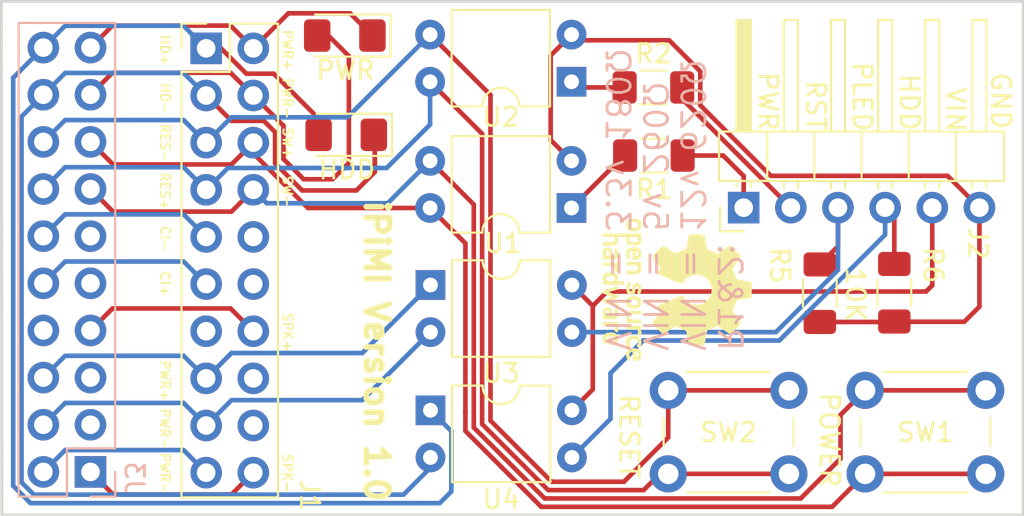
<source format=kicad_pcb>
(kicad_pcb (version 20171130) (host pcbnew "(5.1.12)-1")

  (general
    (thickness 1.6)
    (drawings 31)
    (tracks 201)
    (zones 0)
    (modules 16)
    (nets 23)
  )

  (page A4)
  (layers
    (0 F.Cu signal)
    (31 B.Cu signal)
    (32 B.Adhes user)
    (33 F.Adhes user)
    (34 B.Paste user)
    (35 F.Paste user)
    (36 B.SilkS user)
    (37 F.SilkS user)
    (38 B.Mask user)
    (39 F.Mask user)
    (40 Dwgs.User user)
    (41 Cmts.User user)
    (42 Eco1.User user)
    (43 Eco2.User user)
    (44 Edge.Cuts user)
    (45 Margin user)
    (46 B.CrtYd user hide)
    (47 F.CrtYd user hide)
    (48 B.Fab user hide)
    (49 F.Fab user hide)
  )

  (setup
    (last_trace_width 0.25)
    (trace_clearance 0.2)
    (zone_clearance 0.508)
    (zone_45_only no)
    (trace_min 0.2)
    (via_size 0.8)
    (via_drill 0.4)
    (via_min_size 0.4)
    (via_min_drill 0.3)
    (uvia_size 0.3)
    (uvia_drill 0.1)
    (uvias_allowed no)
    (uvia_min_size 0.2)
    (uvia_min_drill 0.1)
    (edge_width 0.05)
    (segment_width 0.2)
    (pcb_text_width 0.3)
    (pcb_text_size 1.5 1.5)
    (mod_edge_width 0.12)
    (mod_text_size 1 1)
    (mod_text_width 0.15)
    (pad_size 1.524 1.524)
    (pad_drill 0.762)
    (pad_to_mask_clearance 0)
    (aux_axis_origin 0 0)
    (visible_elements 7FFFFFFF)
    (pcbplotparams
      (layerselection 0x010fc_ffffffff)
      (usegerberextensions false)
      (usegerberattributes true)
      (usegerberadvancedattributes true)
      (creategerberjobfile true)
      (excludeedgelayer true)
      (linewidth 0.100000)
      (plotframeref false)
      (viasonmask false)
      (mode 1)
      (useauxorigin false)
      (hpglpennumber 1)
      (hpglpenspeed 20)
      (hpglpendiameter 15.000000)
      (psnegative false)
      (psa4output false)
      (plotreference true)
      (plotvalue true)
      (plotinvisibletext false)
      (padsonsilk false)
      (subtractmaskfromsilk false)
      (outputformat 1)
      (mirror false)
      (drillshape 0)
      (scaleselection 1)
      (outputdirectory "../../gerbers/"))
  )

  (net 0 "")
  (net 1 PWR_LED+)
  (net 2 PWR_LED-)
  (net 3 HD+)
  (net 4 HD-)
  (net 5 SPEAK-)
  (net 6 SPEAK+)
  (net 7 CI+)
  (net 8 CI-)
  (net 9 PWR_SW-)
  (net 10 RES+)
  (net 11 PWR_SW+)
  (net 12 RES-)
  (net 13 GND)
  (net 14 +3V3)
  (net 15 PI_HDD_LED)
  (net 16 PI_PWR_LED)
  (net 17 PI_RST_SW)
  (net 18 PI_PWR_SW)
  (net 19 "Net-(R1-Pad1)")
  (net 20 "Net-(R2-Pad1)")
  (net 21 PWR-)
  (net 22 PWR+)

  (net_class Default "This is the default net class."
    (clearance 0.2)
    (trace_width 0.25)
    (via_dia 0.8)
    (via_drill 0.4)
    (uvia_dia 0.3)
    (uvia_drill 0.1)
    (add_net +3V3)
    (add_net CI+)
    (add_net CI-)
    (add_net GND)
    (add_net HD+)
    (add_net HD-)
    (add_net "Net-(R1-Pad1)")
    (add_net "Net-(R2-Pad1)")
    (add_net PI_HDD_LED)
    (add_net PI_PWR_LED)
    (add_net PI_PWR_SW)
    (add_net PI_RST_SW)
    (add_net PWR+)
    (add_net PWR-)
    (add_net PWR_LED+)
    (add_net PWR_LED-)
    (add_net PWR_SW+)
    (add_net PWR_SW-)
    (add_net RES+)
    (add_net RES-)
    (add_net SPEAK+)
    (add_net SPEAK-)
  )

  (module Symbol:OSHW-Logo_7.5x8mm_SilkScreen (layer F.Cu) (tedit 0) (tstamp 61CAD146)
    (at 54.4 29.5 270)
    (descr "Open Source Hardware Logo")
    (tags "Logo OSHW")
    (attr virtual)
    (fp_text reference REF** (at 0 0 90) (layer F.SilkS) hide
      (effects (font (size 1 1) (thickness 0.15)))
    )
    (fp_text value OSHW-Logo_7.5x8mm_SilkScreen (at 0.75 0 90) (layer F.Fab) hide
      (effects (font (size 1 1) (thickness 0.15)))
    )
    (fp_poly (pts (xy -2.53664 1.952468) (xy -2.501408 1.969874) (xy -2.45796 2.000206) (xy -2.426294 2.033283)
      (xy -2.404606 2.074817) (xy -2.391097 2.130522) (xy -2.383962 2.206111) (xy -2.3814 2.307296)
      (xy -2.38125 2.350797) (xy -2.381688 2.446135) (xy -2.383504 2.514271) (xy -2.387455 2.561418)
      (xy -2.394298 2.59379) (xy -2.404789 2.6176) (xy -2.415704 2.633843) (xy -2.485381 2.702952)
      (xy -2.567434 2.744521) (xy -2.65595 2.757023) (xy -2.745019 2.738934) (xy -2.773237 2.726142)
      (xy -2.84079 2.690931) (xy -2.84079 3.2427) (xy -2.791488 3.217205) (xy -2.726527 3.19748)
      (xy -2.64668 3.192427) (xy -2.566948 3.201756) (xy -2.506735 3.222714) (xy -2.456792 3.262627)
      (xy -2.414119 3.319741) (xy -2.41091 3.325605) (xy -2.397378 3.353227) (xy -2.387495 3.381068)
      (xy -2.380691 3.414794) (xy -2.376399 3.460071) (xy -2.374049 3.522562) (xy -2.373072 3.607935)
      (xy -2.372895 3.70401) (xy -2.372895 4.010526) (xy -2.556711 4.010526) (xy -2.556711 3.445339)
      (xy -2.608125 3.402077) (xy -2.661534 3.367472) (xy -2.712112 3.36118) (xy -2.76297 3.377372)
      (xy -2.790075 3.393227) (xy -2.810249 3.41581) (xy -2.824597 3.44994) (xy -2.834224 3.500434)
      (xy -2.840237 3.572111) (xy -2.84374 3.669788) (xy -2.844974 3.734802) (xy -2.849145 4.002171)
      (xy -2.936875 4.007222) (xy -3.024606 4.012273) (xy -3.024606 2.353101) (xy -2.84079 2.353101)
      (xy -2.836104 2.4456) (xy -2.820312 2.509809) (xy -2.790817 2.549759) (xy -2.74502 2.56948)
      (xy -2.69875 2.573421) (xy -2.646372 2.568892) (xy -2.61161 2.551069) (xy -2.589872 2.527519)
      (xy -2.57276 2.502189) (xy -2.562573 2.473969) (xy -2.55804 2.434431) (xy -2.557891 2.375142)
      (xy -2.559416 2.325498) (xy -2.562919 2.25071) (xy -2.568133 2.201611) (xy -2.576913 2.170467)
      (xy -2.591114 2.149545) (xy -2.604516 2.137452) (xy -2.660513 2.111081) (xy -2.726789 2.106822)
      (xy -2.764844 2.115906) (xy -2.802523 2.148196) (xy -2.827481 2.211006) (xy -2.839578 2.303894)
      (xy -2.84079 2.353101) (xy -3.024606 2.353101) (xy -3.024606 1.938421) (xy -2.932698 1.938421)
      (xy -2.877517 1.940603) (xy -2.849048 1.948351) (xy -2.840794 1.963468) (xy -2.84079 1.963916)
      (xy -2.83696 1.97872) (xy -2.820067 1.977039) (xy -2.786481 1.960772) (xy -2.708222 1.935887)
      (xy -2.620173 1.933271) (xy -2.53664 1.952468)) (layer F.SilkS) (width 0.01))
    (fp_poly (pts (xy -1.839543 3.198184) (xy -1.76093 3.21916) (xy -1.701084 3.25718) (xy -1.658853 3.306978)
      (xy -1.645725 3.32823) (xy -1.636032 3.350492) (xy -1.629256 3.37897) (xy -1.624877 3.418871)
      (xy -1.622376 3.475401) (xy -1.621232 3.553767) (xy -1.620928 3.659176) (xy -1.620922 3.687142)
      (xy -1.620922 4.010526) (xy -1.701132 4.010526) (xy -1.752294 4.006943) (xy -1.790123 3.997866)
      (xy -1.799601 3.992268) (xy -1.825512 3.982606) (xy -1.851976 3.992268) (xy -1.895548 4.00433)
      (xy -1.95884 4.009185) (xy -2.02899 4.007078) (xy -2.09314 3.998256) (xy -2.130593 3.986937)
      (xy -2.203067 3.940412) (xy -2.24836 3.875846) (xy -2.268722 3.79) (xy -2.268912 3.787796)
      (xy -2.267125 3.749713) (xy -2.105527 3.749713) (xy -2.091399 3.79303) (xy -2.068388 3.817408)
      (xy -2.022196 3.835845) (xy -1.961225 3.843205) (xy -1.899051 3.839583) (xy -1.849249 3.825074)
      (xy -1.835297 3.815765) (xy -1.810915 3.772753) (xy -1.804737 3.723857) (xy -1.804737 3.659605)
      (xy -1.897182 3.659605) (xy -1.985005 3.666366) (xy -2.051582 3.68552) (xy -2.092998 3.715376)
      (xy -2.105527 3.749713) (xy -2.267125 3.749713) (xy -2.26451 3.694004) (xy -2.233576 3.619847)
      (xy -2.175419 3.563767) (xy -2.16738 3.558665) (xy -2.132837 3.542055) (xy -2.090082 3.531996)
      (xy -2.030314 3.527107) (xy -1.95931 3.525983) (xy -1.804737 3.525921) (xy -1.804737 3.461125)
      (xy -1.811294 3.41085) (xy -1.828025 3.377169) (xy -1.829984 3.375376) (xy -1.867217 3.360642)
      (xy -1.92342 3.354931) (xy -1.985533 3.357737) (xy -2.04049 3.368556) (xy -2.073101 3.384782)
      (xy -2.090772 3.39778) (xy -2.109431 3.400262) (xy -2.135181 3.389613) (xy -2.174127 3.363218)
      (xy -2.23237 3.318465) (xy -2.237716 3.314273) (xy -2.234977 3.29876) (xy -2.212124 3.27296)
      (xy -2.177391 3.244289) (xy -2.13901 3.220166) (xy -2.126952 3.21447) (xy -2.082966 3.203103)
      (xy -2.018513 3.194995) (xy -1.946503 3.191743) (xy -1.943136 3.191736) (xy -1.839543 3.198184)) (layer F.SilkS) (width 0.01))
    (fp_poly (pts (xy -1.320119 3.193486) (xy -1.295112 3.200982) (xy -1.28705 3.217451) (xy -1.286711 3.224886)
      (xy -1.285264 3.245594) (xy -1.275302 3.248845) (xy -1.248388 3.234648) (xy -1.232402 3.224948)
      (xy -1.181967 3.204175) (xy -1.121728 3.193904) (xy -1.058566 3.193114) (xy -0.999363 3.200786)
      (xy -0.950998 3.215898) (xy -0.920354 3.237432) (xy -0.914311 3.264366) (xy -0.917361 3.27166)
      (xy -0.939594 3.301937) (xy -0.97407 3.339175) (xy -0.980306 3.345195) (xy -1.013167 3.372875)
      (xy -1.04152 3.381818) (xy -1.081173 3.375576) (xy -1.097058 3.371429) (xy -1.146491 3.361467)
      (xy -1.181248 3.365947) (xy -1.2106 3.381746) (xy -1.237487 3.402949) (xy -1.25729 3.429614)
      (xy -1.271052 3.466827) (xy -1.279816 3.519673) (xy -1.284626 3.593237) (xy -1.286526 3.692605)
      (xy -1.286711 3.752601) (xy -1.286711 4.010526) (xy -1.453816 4.010526) (xy -1.453816 3.19171)
      (xy -1.370264 3.19171) (xy -1.320119 3.193486)) (layer F.SilkS) (width 0.01))
    (fp_poly (pts (xy -0.267369 4.010526) (xy -0.359277 4.010526) (xy -0.412623 4.008962) (xy -0.440407 4.002485)
      (xy -0.45041 3.988418) (xy -0.451185 3.978906) (xy -0.452872 3.959832) (xy -0.46351 3.956174)
      (xy -0.491465 3.967932) (xy -0.513205 3.978906) (xy -0.596668 4.004911) (xy -0.687396 4.006416)
      (xy -0.761158 3.987021) (xy -0.829846 3.940165) (xy -0.882206 3.871004) (xy -0.910878 3.789427)
      (xy -0.911608 3.784866) (xy -0.915868 3.735101) (xy -0.917986 3.663659) (xy -0.917816 3.609626)
      (xy -0.73528 3.609626) (xy -0.731051 3.681441) (xy -0.721432 3.740634) (xy -0.70841 3.77406)
      (xy -0.659144 3.81974) (xy -0.60065 3.836115) (xy -0.540329 3.822873) (xy -0.488783 3.783373)
      (xy -0.469262 3.756807) (xy -0.457848 3.725106) (xy -0.452502 3.678832) (xy -0.451185 3.609328)
      (xy -0.453542 3.540499) (xy -0.459767 3.480026) (xy -0.468592 3.439556) (xy -0.470063 3.435929)
      (xy -0.505653 3.392802) (xy -0.5576 3.369124) (xy -0.615722 3.365301) (xy -0.66984 3.381738)
      (xy -0.709774 3.41884) (xy -0.713917 3.426222) (xy -0.726884 3.471239) (xy -0.733948 3.535967)
      (xy -0.73528 3.609626) (xy -0.917816 3.609626) (xy -0.917729 3.58223) (xy -0.916528 3.538405)
      (xy -0.908355 3.429988) (xy -0.89137 3.348588) (xy -0.863113 3.288412) (xy -0.821128 3.243666)
      (xy -0.780368 3.2174) (xy -0.723419 3.198935) (xy -0.652589 3.192602) (xy -0.580059 3.19776)
      (xy -0.518014 3.213769) (xy -0.485232 3.23292) (xy -0.451185 3.263732) (xy -0.451185 2.87421)
      (xy -0.267369 2.87421) (xy -0.267369 4.010526)) (layer F.SilkS) (width 0.01))
    (fp_poly (pts (xy 0.37413 3.195104) (xy 0.44022 3.200066) (xy 0.526626 3.459079) (xy 0.613031 3.718092)
      (xy 0.640124 3.626184) (xy 0.656428 3.569384) (xy 0.677875 3.492625) (xy 0.701035 3.408251)
      (xy 0.71328 3.362993) (xy 0.759344 3.19171) (xy 0.949387 3.19171) (xy 0.892582 3.371349)
      (xy 0.864607 3.459704) (xy 0.830813 3.566281) (xy 0.79552 3.677454) (xy 0.764013 3.776579)
      (xy 0.69225 4.002171) (xy 0.537286 4.012253) (xy 0.49527 3.873528) (xy 0.469359 3.787351)
      (xy 0.441083 3.692347) (xy 0.416369 3.608441) (xy 0.415394 3.605102) (xy 0.396935 3.548248)
      (xy 0.380649 3.509456) (xy 0.369242 3.494787) (xy 0.366898 3.496483) (xy 0.358671 3.519225)
      (xy 0.343038 3.56794) (xy 0.321904 3.636502) (xy 0.29717 3.718785) (xy 0.283787 3.764046)
      (xy 0.211311 4.010526) (xy 0.057495 4.010526) (xy -0.065469 3.622006) (xy -0.100012 3.513022)
      (xy -0.131479 3.414048) (xy -0.158384 3.329736) (xy -0.179241 3.264734) (xy -0.192562 3.223692)
      (xy -0.196612 3.211701) (xy -0.193406 3.199423) (xy -0.168235 3.194046) (xy -0.115854 3.194584)
      (xy -0.107655 3.19499) (xy -0.010518 3.200066) (xy 0.0531 3.434013) (xy 0.076484 3.519333)
      (xy 0.097381 3.594335) (xy 0.113951 3.652507) (xy 0.124354 3.687337) (xy 0.126276 3.693016)
      (xy 0.134241 3.686486) (xy 0.150304 3.652654) (xy 0.172621 3.596127) (xy 0.199345 3.52151)
      (xy 0.221937 3.454107) (xy 0.308041 3.190143) (xy 0.37413 3.195104)) (layer F.SilkS) (width 0.01))
    (fp_poly (pts (xy 1.379992 3.196673) (xy 1.450427 3.21378) (xy 1.470787 3.222844) (xy 1.510253 3.246583)
      (xy 1.540541 3.273321) (xy 1.562952 3.307699) (xy 1.578786 3.35436) (xy 1.589343 3.417946)
      (xy 1.595924 3.503099) (xy 1.599828 3.614462) (xy 1.60131 3.688849) (xy 1.606765 4.010526)
      (xy 1.51358 4.010526) (xy 1.457047 4.008156) (xy 1.427922 4.000055) (xy 1.420394 3.986451)
      (xy 1.41642 3.971741) (xy 1.398652 3.974554) (xy 1.37444 3.986348) (xy 1.313828 4.004427)
      (xy 1.235929 4.009299) (xy 1.153995 4.00133) (xy 1.081281 3.980889) (xy 1.074759 3.978051)
      (xy 1.008302 3.931365) (xy 0.964491 3.866464) (xy 0.944332 3.7906) (xy 0.945872 3.763344)
      (xy 1.110345 3.763344) (xy 1.124837 3.800024) (xy 1.167805 3.826309) (xy 1.237129 3.840417)
      (xy 1.274177 3.84229) (xy 1.335919 3.837494) (xy 1.37696 3.818858) (xy 1.386973 3.81)
      (xy 1.4141 3.761806) (xy 1.420394 3.718092) (xy 1.420394 3.659605) (xy 1.33893 3.659605)
      (xy 1.244234 3.664432) (xy 1.177813 3.679613) (xy 1.135846 3.7062) (xy 1.126449 3.718052)
      (xy 1.110345 3.763344) (xy 0.945872 3.763344) (xy 0.948829 3.711026) (xy 0.978985 3.634995)
      (xy 1.020131 3.583612) (xy 1.045052 3.561397) (xy 1.069448 3.546798) (xy 1.101191 3.537897)
      (xy 1.148152 3.532775) (xy 1.218204 3.529515) (xy 1.24599 3.528577) (xy 1.420394 3.522879)
      (xy 1.420138 3.470091) (xy 1.413384 3.414603) (xy 1.388964 3.381052) (xy 1.33963 3.359618)
      (xy 1.338306 3.359236) (xy 1.26836 3.350808) (xy 1.199914 3.361816) (xy 1.149047 3.388585)
      (xy 1.128637 3.401803) (xy 1.106654 3.399974) (xy 1.072826 3.380824) (xy 1.052961 3.367308)
      (xy 1.014106 3.338432) (xy 0.990038 3.316786) (xy 0.986176 3.310589) (xy 1.002079 3.278519)
      (xy 1.049065 3.240219) (xy 1.069473 3.227297) (xy 1.128143 3.205041) (xy 1.207212 3.192432)
      (xy 1.295041 3.1896) (xy 1.379992 3.196673)) (layer F.SilkS) (width 0.01))
    (fp_poly (pts (xy 2.173167 3.191447) (xy 2.237408 3.204112) (xy 2.27398 3.222864) (xy 2.312453 3.254017)
      (xy 2.257717 3.323127) (xy 2.223969 3.364979) (xy 2.201053 3.385398) (xy 2.178279 3.388517)
      (xy 2.144956 3.378472) (xy 2.129314 3.372789) (xy 2.065542 3.364404) (xy 2.00714 3.382378)
      (xy 1.964264 3.422982) (xy 1.957299 3.435929) (xy 1.949713 3.470224) (xy 1.943859 3.533427)
      (xy 1.940011 3.62106) (xy 1.938443 3.72864) (xy 1.938421 3.743944) (xy 1.938421 4.010526)
      (xy 1.754605 4.010526) (xy 1.754605 3.19171) (xy 1.846513 3.19171) (xy 1.899507 3.193094)
      (xy 1.927115 3.199252) (xy 1.937324 3.213194) (xy 1.938421 3.226344) (xy 1.938421 3.260978)
      (xy 1.98245 3.226344) (xy 2.032937 3.202716) (xy 2.10076 3.191033) (xy 2.173167 3.191447)) (layer F.SilkS) (width 0.01))
    (fp_poly (pts (xy 2.701193 3.196078) (xy 2.781068 3.216845) (xy 2.847962 3.259705) (xy 2.880351 3.291723)
      (xy 2.933445 3.367413) (xy 2.963873 3.455216) (xy 2.974327 3.56315) (xy 2.97438 3.571875)
      (xy 2.974473 3.659605) (xy 2.469534 3.659605) (xy 2.480298 3.705559) (xy 2.499732 3.747178)
      (xy 2.533745 3.790544) (xy 2.54086 3.797467) (xy 2.602003 3.834935) (xy 2.671729 3.841289)
      (xy 2.751987 3.816638) (xy 2.765592 3.81) (xy 2.807319 3.789819) (xy 2.835268 3.778321)
      (xy 2.840145 3.777258) (xy 2.857168 3.787583) (xy 2.889633 3.812845) (xy 2.906114 3.82665)
      (xy 2.940264 3.858361) (xy 2.951478 3.879299) (xy 2.943695 3.89856) (xy 2.939535 3.903827)
      (xy 2.911357 3.926878) (xy 2.864862 3.954892) (xy 2.832434 3.971246) (xy 2.740385 4.000059)
      (xy 2.638476 4.009395) (xy 2.541963 3.998332) (xy 2.514934 3.990412) (xy 2.431276 3.945581)
      (xy 2.369266 3.876598) (xy 2.328545 3.782794) (xy 2.308755 3.663498) (xy 2.306582 3.601118)
      (xy 2.312926 3.510298) (xy 2.473157 3.510298) (xy 2.488655 3.517012) (xy 2.530312 3.52228)
      (xy 2.590876 3.525389) (xy 2.631907 3.525921) (xy 2.705711 3.525408) (xy 2.752293 3.523006)
      (xy 2.777848 3.517422) (xy 2.788569 3.507361) (xy 2.790657 3.492763) (xy 2.776331 3.447796)
      (xy 2.740262 3.403353) (xy 2.692815 3.369242) (xy 2.645349 3.355288) (xy 2.580879 3.367666)
      (xy 2.52507 3.403452) (xy 2.486374 3.455033) (xy 2.473157 3.510298) (xy 2.312926 3.510298)
      (xy 2.315821 3.468866) (xy 2.344336 3.363498) (xy 2.392729 3.284178) (xy 2.461604 3.230071)
      (xy 2.551565 3.200343) (xy 2.6003 3.194618) (xy 2.701193 3.196078)) (layer F.SilkS) (width 0.01))
    (fp_poly (pts (xy -3.373216 1.947104) (xy -3.285795 1.985754) (xy -3.21943 2.05029) (xy -3.174024 2.140812)
      (xy -3.149482 2.257418) (xy -3.147723 2.275624) (xy -3.146344 2.403984) (xy -3.164216 2.516496)
      (xy -3.20025 2.607688) (xy -3.219545 2.637022) (xy -3.286755 2.699106) (xy -3.37235 2.739316)
      (xy -3.46811 2.756003) (xy -3.565813 2.747517) (xy -3.640083 2.72138) (xy -3.703953 2.677335)
      (xy -3.756154 2.619587) (xy -3.757057 2.618236) (xy -3.778256 2.582593) (xy -3.792033 2.546752)
      (xy -3.800376 2.501519) (xy -3.805273 2.437701) (xy -3.807431 2.385368) (xy -3.808329 2.33791)
      (xy -3.641257 2.33791) (xy -3.639624 2.385154) (xy -3.633696 2.448046) (xy -3.623239 2.488407)
      (xy -3.604381 2.517122) (xy -3.586719 2.533896) (xy -3.524106 2.569016) (xy -3.458592 2.57371)
      (xy -3.397579 2.54844) (xy -3.367072 2.520124) (xy -3.345089 2.491589) (xy -3.332231 2.464284)
      (xy -3.326588 2.42875) (xy -3.326249 2.375524) (xy -3.327988 2.326506) (xy -3.331729 2.256482)
      (xy -3.337659 2.211064) (xy -3.348347 2.18144) (xy -3.366361 2.158797) (xy -3.380637 2.145855)
      (xy -3.440349 2.11186) (xy -3.504766 2.110165) (xy -3.558781 2.130301) (xy -3.60486 2.172352)
      (xy -3.632311 2.241428) (xy -3.641257 2.33791) (xy -3.808329 2.33791) (xy -3.809401 2.281299)
      (xy -3.806036 2.203468) (xy -3.795955 2.14493) (xy -3.777774 2.098737) (xy -3.75011 2.057942)
      (xy -3.739854 2.045828) (xy -3.675722 1.985474) (xy -3.606934 1.95022) (xy -3.522811 1.93545)
      (xy -3.481791 1.934243) (xy -3.373216 1.947104)) (layer F.SilkS) (width 0.01))
    (fp_poly (pts (xy -1.802982 1.957027) (xy -1.78633 1.964866) (xy -1.728695 2.007086) (xy -1.674195 2.0687)
      (xy -1.633501 2.136543) (xy -1.621926 2.167734) (xy -1.611366 2.223449) (xy -1.605069 2.290781)
      (xy -1.604304 2.318585) (xy -1.604211 2.406316) (xy -2.10915 2.406316) (xy -2.098387 2.45227)
      (xy -2.071967 2.50662) (xy -2.025778 2.553591) (xy -1.970828 2.583848) (xy -1.935811 2.590131)
      (xy -1.888323 2.582506) (xy -1.831665 2.563383) (xy -1.812418 2.554584) (xy -1.741241 2.519036)
      (xy -1.680498 2.565367) (xy -1.645448 2.596703) (xy -1.626798 2.622567) (xy -1.625853 2.630158)
      (xy -1.642515 2.648556) (xy -1.67903 2.676515) (xy -1.712172 2.698327) (xy -1.801607 2.737537)
      (xy -1.901871 2.755285) (xy -2.001246 2.75067) (xy -2.080461 2.726551) (xy -2.16212 2.674884)
      (xy -2.220151 2.606856) (xy -2.256454 2.518843) (xy -2.272928 2.407216) (xy -2.274389 2.356138)
      (xy -2.268543 2.239091) (xy -2.267825 2.235686) (xy -2.100511 2.235686) (xy -2.095903 2.246662)
      (xy -2.076964 2.252715) (xy -2.037902 2.25531) (xy -1.972923 2.25591) (xy -1.947903 2.255921)
      (xy -1.871779 2.255014) (xy -1.823504 2.25172) (xy -1.79754 2.245181) (xy -1.788352 2.234537)
      (xy -1.788027 2.231119) (xy -1.798513 2.203956) (xy -1.824758 2.165903) (xy -1.836041 2.152579)
      (xy -1.877928 2.114896) (xy -1.921591 2.10008) (xy -1.945115 2.098842) (xy -2.008757 2.114329)
      (xy -2.062127 2.15593) (xy -2.095981 2.216353) (xy -2.096581 2.218322) (xy -2.100511 2.235686)
      (xy -2.267825 2.235686) (xy -2.249101 2.146928) (xy -2.214078 2.07319) (xy -2.171244 2.020848)
      (xy -2.092052 1.964092) (xy -1.99896 1.933762) (xy -1.899945 1.931021) (xy -1.802982 1.957027)) (layer F.SilkS) (width 0.01))
    (fp_poly (pts (xy 0.018628 1.935547) (xy 0.081908 1.947548) (xy 0.147557 1.972648) (xy 0.154572 1.975848)
      (xy 0.204356 2.002026) (xy 0.238834 2.026353) (xy 0.249978 2.041937) (xy 0.239366 2.067353)
      (xy 0.213588 2.104853) (xy 0.202146 2.118852) (xy 0.154992 2.173954) (xy 0.094201 2.138086)
      (xy 0.036347 2.114192) (xy -0.0305 2.10142) (xy -0.094606 2.100613) (xy -0.144236 2.112615)
      (xy -0.156146 2.120105) (xy -0.178828 2.15445) (xy -0.181584 2.194013) (xy -0.164612 2.22492)
      (xy -0.154573 2.230913) (xy -0.12449 2.238357) (xy -0.071611 2.247106) (xy -0.006425 2.255467)
      (xy 0.0056 2.256778) (xy 0.110297 2.274888) (xy 0.186232 2.305651) (xy 0.236592 2.351907)
      (xy 0.264564 2.416497) (xy 0.273278 2.495387) (xy 0.26124 2.585065) (xy 0.222151 2.655486)
      (xy 0.155855 2.706777) (xy 0.062194 2.739067) (xy -0.041777 2.751807) (xy -0.126562 2.751654)
      (xy -0.195335 2.740083) (xy -0.242303 2.724109) (xy -0.30165 2.696275) (xy -0.356494 2.663973)
      (xy -0.375987 2.649755) (xy -0.426119 2.608835) (xy -0.305197 2.486477) (xy -0.236457 2.531967)
      (xy -0.167512 2.566133) (xy -0.093889 2.584004) (xy -0.023117 2.585889) (xy 0.037274 2.572101)
      (xy 0.079757 2.542949) (xy 0.093474 2.518352) (xy 0.091417 2.478904) (xy 0.05733 2.448737)
      (xy -0.008692 2.427906) (xy -0.081026 2.418279) (xy -0.192348 2.39991) (xy -0.275048 2.365254)
      (xy -0.330235 2.313297) (xy -0.359012 2.243023) (xy -0.362999 2.159707) (xy -0.343307 2.072681)
      (xy -0.298411 2.006902) (xy -0.227909 1.962068) (xy -0.131399 1.937879) (xy -0.0599 1.933137)
      (xy 0.018628 1.935547)) (layer F.SilkS) (width 0.01))
    (fp_poly (pts (xy 0.811669 1.94831) (xy 0.896192 1.99434) (xy 0.962321 2.067006) (xy 0.993478 2.126106)
      (xy 1.006855 2.178305) (xy 1.015522 2.252719) (xy 1.019237 2.338442) (xy 1.017754 2.424569)
      (xy 1.010831 2.500193) (xy 1.002745 2.540584) (xy 0.975465 2.59584) (xy 0.92822 2.65453)
      (xy 0.871282 2.705852) (xy 0.814924 2.739005) (xy 0.81355 2.739531) (xy 0.743616 2.754018)
      (xy 0.660737 2.754377) (xy 0.581977 2.741188) (xy 0.551566 2.730617) (xy 0.473239 2.686201)
      (xy 0.417143 2.628007) (xy 0.380286 2.550965) (xy 0.35968 2.450001) (xy 0.355018 2.397116)
      (xy 0.355613 2.330663) (xy 0.534736 2.330663) (xy 0.54077 2.42763) (xy 0.558138 2.501523)
      (xy 0.58574 2.548736) (xy 0.605404 2.562237) (xy 0.655787 2.571651) (xy 0.715673 2.568864)
      (xy 0.767449 2.555316) (xy 0.781027 2.547862) (xy 0.816849 2.504451) (xy 0.840493 2.438014)
      (xy 0.850558 2.357161) (xy 0.845642 2.270502) (xy 0.834655 2.218349) (xy 0.803109 2.157951)
      (xy 0.753311 2.120197) (xy 0.693337 2.107143) (xy 0.631264 2.120849) (xy 0.583582 2.154372)
      (xy 0.558525 2.182031) (xy 0.5439 2.209294) (xy 0.536929 2.24619) (xy 0.534833 2.30275)
      (xy 0.534736 2.330663) (xy 0.355613 2.330663) (xy 0.356282 2.255994) (xy 0.379265 2.140271)
      (xy 0.423972 2.049941) (xy 0.490405 1.985) (xy 0.578565 1.945445) (xy 0.597495 1.940858)
      (xy 0.711266 1.93009) (xy 0.811669 1.94831)) (layer F.SilkS) (width 0.01))
    (fp_poly (pts (xy 1.320131 2.198533) (xy 1.32171 2.321089) (xy 1.327481 2.414179) (xy 1.338991 2.481651)
      (xy 1.35779 2.527355) (xy 1.385426 2.555139) (xy 1.423448 2.568854) (xy 1.470526 2.572358)
      (xy 1.519832 2.568432) (xy 1.557283 2.554089) (xy 1.584428 2.525478) (xy 1.602815 2.478751)
      (xy 1.613993 2.410058) (xy 1.619511 2.31555) (xy 1.620921 2.198533) (xy 1.620921 1.938421)
      (xy 1.804736 1.938421) (xy 1.804736 2.740526) (xy 1.712828 2.740526) (xy 1.657422 2.738281)
      (xy 1.628891 2.730396) (xy 1.620921 2.715428) (xy 1.61612 2.702097) (xy 1.597014 2.704917)
      (xy 1.558504 2.723783) (xy 1.470239 2.752887) (xy 1.376623 2.750825) (xy 1.286921 2.719221)
      (xy 1.244204 2.694257) (xy 1.211621 2.667226) (xy 1.187817 2.633405) (xy 1.171439 2.588068)
      (xy 1.161131 2.526489) (xy 1.155541 2.443943) (xy 1.153312 2.335705) (xy 1.153026 2.252004)
      (xy 1.153026 1.938421) (xy 1.320131 1.938421) (xy 1.320131 2.198533)) (layer F.SilkS) (width 0.01))
    (fp_poly (pts (xy 2.946576 1.945419) (xy 3.043395 1.986549) (xy 3.07389 2.006571) (xy 3.112865 2.03734)
      (xy 3.137331 2.061533) (xy 3.141578 2.069413) (xy 3.129584 2.086899) (xy 3.098887 2.11657)
      (xy 3.074312 2.137279) (xy 3.007046 2.191336) (xy 2.95393 2.146642) (xy 2.912884 2.117789)
      (xy 2.872863 2.107829) (xy 2.827059 2.110261) (xy 2.754324 2.128345) (xy 2.704256 2.165881)
      (xy 2.673829 2.226562) (xy 2.660017 2.314081) (xy 2.660013 2.314136) (xy 2.661208 2.411958)
      (xy 2.679772 2.48373) (xy 2.716804 2.532595) (xy 2.74205 2.549143) (xy 2.809097 2.569749)
      (xy 2.880709 2.569762) (xy 2.943015 2.549768) (xy 2.957763 2.54) (xy 2.99475 2.515047)
      (xy 3.023668 2.510958) (xy 3.054856 2.52953) (xy 3.089336 2.562887) (xy 3.143912 2.619196)
      (xy 3.083318 2.669142) (xy 2.989698 2.725513) (xy 2.884125 2.753293) (xy 2.773798 2.751282)
      (xy 2.701343 2.732862) (xy 2.616656 2.68731) (xy 2.548927 2.61565) (xy 2.518157 2.565066)
      (xy 2.493236 2.492488) (xy 2.480766 2.400569) (xy 2.48067 2.300948) (xy 2.49287 2.205267)
      (xy 2.51729 2.125169) (xy 2.521136 2.116956) (xy 2.578093 2.036413) (xy 2.655209 1.977771)
      (xy 2.74639 1.942247) (xy 2.845543 1.931057) (xy 2.946576 1.945419)) (layer F.SilkS) (width 0.01))
    (fp_poly (pts (xy 3.558784 1.935554) (xy 3.601574 1.945949) (xy 3.683609 1.984013) (xy 3.753757 2.042149)
      (xy 3.802305 2.111852) (xy 3.808975 2.127502) (xy 3.818124 2.168496) (xy 3.824529 2.229138)
      (xy 3.82671 2.29043) (xy 3.82671 2.406316) (xy 3.584407 2.406316) (xy 3.484471 2.406693)
      (xy 3.414069 2.408987) (xy 3.369313 2.414938) (xy 3.346315 2.426285) (xy 3.341189 2.444771)
      (xy 3.350048 2.472136) (xy 3.365917 2.504155) (xy 3.410184 2.557592) (xy 3.471699 2.584215)
      (xy 3.546885 2.583347) (xy 3.632053 2.554371) (xy 3.705659 2.518611) (xy 3.766734 2.566904)
      (xy 3.82781 2.615197) (xy 3.770351 2.668285) (xy 3.693641 2.718445) (xy 3.599302 2.748688)
      (xy 3.497827 2.757151) (xy 3.399711 2.741974) (xy 3.383881 2.736824) (xy 3.297647 2.691791)
      (xy 3.233501 2.624652) (xy 3.190091 2.533405) (xy 3.166064 2.416044) (xy 3.165784 2.413529)
      (xy 3.163633 2.285627) (xy 3.172329 2.239997) (xy 3.342105 2.239997) (xy 3.357697 2.247013)
      (xy 3.400029 2.252388) (xy 3.462434 2.255457) (xy 3.501981 2.255921) (xy 3.575728 2.25563)
      (xy 3.62184 2.253783) (xy 3.6461 2.248912) (xy 3.654294 2.239555) (xy 3.652206 2.224245)
      (xy 3.650455 2.218322) (xy 3.62056 2.162668) (xy 3.573542 2.117815) (xy 3.532049 2.098105)
      (xy 3.476926 2.099295) (xy 3.421068 2.123875) (xy 3.374212 2.16457) (xy 3.346094 2.214108)
      (xy 3.342105 2.239997) (xy 3.172329 2.239997) (xy 3.185074 2.173133) (xy 3.227611 2.078727)
      (xy 3.288747 2.005088) (xy 3.365985 1.954893) (xy 3.45683 1.930822) (xy 3.558784 1.935554)) (layer F.SilkS) (width 0.01))
    (fp_poly (pts (xy -1.002043 1.952226) (xy -0.960454 1.97209) (xy -0.920175 2.000784) (xy -0.88949 2.033809)
      (xy -0.867139 2.075931) (xy -0.851864 2.131915) (xy -0.842408 2.206528) (xy -0.837513 2.304535)
      (xy -0.835919 2.430702) (xy -0.835894 2.443914) (xy -0.835527 2.740526) (xy -1.019343 2.740526)
      (xy -1.019343 2.467081) (xy -1.019473 2.365777) (xy -1.020379 2.292353) (xy -1.022827 2.241271)
      (xy -1.027586 2.20699) (xy -1.035426 2.183971) (xy -1.047115 2.166673) (xy -1.063398 2.149581)
      (xy -1.120366 2.112857) (xy -1.182555 2.106042) (xy -1.241801 2.129261) (xy -1.262405 2.146543)
      (xy -1.27753 2.162791) (xy -1.28839 2.180191) (xy -1.29569 2.204212) (xy -1.300137 2.240322)
      (xy -1.302436 2.293988) (xy -1.303296 2.37068) (xy -1.303422 2.464043) (xy -1.303422 2.740526)
      (xy -1.487237 2.740526) (xy -1.487237 1.938421) (xy -1.395329 1.938421) (xy -1.340149 1.940603)
      (xy -1.31168 1.948351) (xy -1.303425 1.963468) (xy -1.303422 1.963916) (xy -1.299592 1.97872)
      (xy -1.282699 1.97704) (xy -1.249112 1.960773) (xy -1.172937 1.93684) (xy -1.0858 1.934178)
      (xy -1.002043 1.952226)) (layer F.SilkS) (width 0.01))
    (fp_poly (pts (xy 2.391388 1.937645) (xy 2.448865 1.955206) (xy 2.485872 1.977395) (xy 2.497927 1.994942)
      (xy 2.494609 2.015742) (xy 2.473079 2.048419) (xy 2.454874 2.071562) (xy 2.417344 2.113402)
      (xy 2.389148 2.131005) (xy 2.365111 2.129856) (xy 2.293808 2.11171) (xy 2.241442 2.112534)
      (xy 2.198918 2.133098) (xy 2.184642 2.145134) (xy 2.138947 2.187483) (xy 2.138947 2.740526)
      (xy 1.955131 2.740526) (xy 1.955131 1.938421) (xy 2.047039 1.938421) (xy 2.102219 1.940603)
      (xy 2.130688 1.948351) (xy 2.138943 1.963468) (xy 2.138947 1.963916) (xy 2.142845 1.979749)
      (xy 2.160474 1.977684) (xy 2.184901 1.966261) (xy 2.23535 1.945005) (xy 2.276316 1.932216)
      (xy 2.329028 1.928938) (xy 2.391388 1.937645)) (layer F.SilkS) (width 0.01))
    (fp_poly (pts (xy 0.500964 -3.601424) (xy 0.576513 -3.200678) (xy 1.134041 -2.970846) (xy 1.468465 -3.198252)
      (xy 1.562122 -3.261569) (xy 1.646782 -3.318104) (xy 1.718495 -3.365273) (xy 1.773311 -3.400498)
      (xy 1.80728 -3.421195) (xy 1.81653 -3.425658) (xy 1.833195 -3.41418) (xy 1.868806 -3.382449)
      (xy 1.919371 -3.334517) (xy 1.9809 -3.274438) (xy 2.049399 -3.206267) (xy 2.120879 -3.134055)
      (xy 2.191347 -3.061858) (xy 2.256811 -2.993727) (xy 2.31328 -2.933717) (xy 2.356763 -2.885881)
      (xy 2.383268 -2.854273) (xy 2.389605 -2.843695) (xy 2.380486 -2.824194) (xy 2.35492 -2.781469)
      (xy 2.315597 -2.719702) (xy 2.265203 -2.643069) (xy 2.206427 -2.555752) (xy 2.172368 -2.505948)
      (xy 2.110289 -2.415007) (xy 2.055126 -2.332941) (xy 2.009554 -2.263837) (xy 1.97625 -2.211778)
      (xy 1.95789 -2.18085) (xy 1.955131 -2.17435) (xy 1.961385 -2.155879) (xy 1.978434 -2.112828)
      (xy 2.003703 -2.051251) (xy 2.034622 -1.977201) (xy 2.068618 -1.89673) (xy 2.103118 -1.815893)
      (xy 2.135551 -1.740742) (xy 2.163343 -1.677329) (xy 2.183923 -1.631707) (xy 2.194719 -1.609931)
      (xy 2.195356 -1.609074) (xy 2.212307 -1.604916) (xy 2.257451 -1.595639) (xy 2.32611 -1.582156)
      (xy 2.413602 -1.565379) (xy 2.51525 -1.546219) (xy 2.574556 -1.53517) (xy 2.683172 -1.51449)
      (xy 2.781277 -1.494811) (xy 2.863909 -1.477211) (xy 2.926104 -1.462767) (xy 2.962899 -1.452554)
      (xy 2.970296 -1.449314) (xy 2.97754 -1.427383) (xy 2.983385 -1.377853) (xy 2.987835 -1.306515)
      (xy 2.990893 -1.219161) (xy 2.992565 -1.121583) (xy 2.992853 -1.019574) (xy 2.991761 -0.918925)
      (xy 2.989294 -0.825428) (xy 2.985456 -0.744875) (xy 2.98025 -0.683058) (xy 2.973681 -0.64577)
      (xy 2.969741 -0.638007) (xy 2.946188 -0.628702) (xy 2.896282 -0.6154) (xy 2.826623 -0.599663)
      (xy 2.743813 -0.583054) (xy 2.714905 -0.577681) (xy 2.575531 -0.552152) (xy 2.465436 -0.531592)
      (xy 2.380982 -0.515185) (xy 2.31853 -0.502113) (xy 2.274444 -0.491559) (xy 2.245085 -0.482706)
      (xy 2.226815 -0.474737) (xy 2.215998 -0.466835) (xy 2.214485 -0.465273) (xy 2.199377 -0.440114)
      (xy 2.176329 -0.39115) (xy 2.147644 -0.324379) (xy 2.115622 -0.245795) (xy 2.082565 -0.161393)
      (xy 2.050773 -0.07717) (xy 2.022549 0.000879) (xy 2.000193 0.066759) (xy 1.986007 0.114473)
      (xy 1.982293 0.138027) (xy 1.982602 0.138852) (xy 1.995189 0.158104) (xy 2.023744 0.200463)
      (xy 2.065267 0.261521) (xy 2.116756 0.336868) (xy 2.175211 0.422096) (xy 2.191858 0.446315)
      (xy 2.251215 0.534123) (xy 2.303447 0.614238) (xy 2.345708 0.682062) (xy 2.375153 0.732993)
      (xy 2.388937 0.762431) (xy 2.389605 0.766048) (xy 2.378024 0.785057) (xy 2.346024 0.822714)
      (xy 2.297718 0.874973) (xy 2.23722 0.937786) (xy 2.168644 1.007106) (xy 2.096104 1.078885)
      (xy 2.023712 1.149077) (xy 1.955584 1.213635) (xy 1.895832 1.26851) (xy 1.848571 1.309656)
      (xy 1.817913 1.333026) (xy 1.809432 1.336842) (xy 1.789691 1.327855) (xy 1.749274 1.303616)
      (xy 1.694763 1.268209) (xy 1.652823 1.239711) (xy 1.576829 1.187418) (xy 1.486834 1.125845)
      (xy 1.396564 1.06437) (xy 1.348032 1.031469) (xy 1.183762 0.920359) (xy 1.045869 0.994916)
      (xy 0.983049 1.027578) (xy 0.929629 1.052966) (xy 0.893484 1.067446) (xy 0.884284 1.06946)
      (xy 0.873221 1.054584) (xy 0.851394 1.012547) (xy 0.820434 0.947227) (xy 0.78197 0.8625)
      (xy 0.737632 0.762245) (xy 0.689047 0.650339) (xy 0.637846 0.530659) (xy 0.585659 0.407084)
      (xy 0.534113 0.283491) (xy 0.48484 0.163757) (xy 0.439467 0.051759) (xy 0.399625 -0.048623)
      (xy 0.366942 -0.133514) (xy 0.343049 -0.199035) (xy 0.329574 -0.24131) (xy 0.327406 -0.255828)
      (xy 0.344583 -0.274347) (xy 0.38219 -0.30441) (xy 0.432366 -0.339768) (xy 0.436578 -0.342566)
      (xy 0.566264 -0.446375) (xy 0.670834 -0.567485) (xy 0.749381 -0.702024) (xy 0.800999 -0.846118)
      (xy 0.824782 -0.995895) (xy 0.819823 -1.147483) (xy 0.785217 -1.297008) (xy 0.720057 -1.4406)
      (xy 0.700886 -1.472016) (xy 0.601174 -1.598875) (xy 0.483377 -1.700745) (xy 0.351571 -1.777096)
      (xy 0.209833 -1.827398) (xy 0.062242 -1.851121) (xy -0.087127 -1.847735) (xy -0.234197 -1.816712)
      (xy -0.374889 -1.75752) (xy -0.505127 -1.669631) (xy -0.545414 -1.633958) (xy -0.647945 -1.522294)
      (xy -0.722659 -1.404743) (xy -0.77391 -1.27298) (xy -0.802454 -1.142493) (xy -0.8095 -0.995784)
      (xy -0.786004 -0.848347) (xy -0.734351 -0.705166) (xy -0.656929 -0.571223) (xy -0.556125 -0.451502)
      (xy -0.434324 -0.350986) (xy -0.418316 -0.340391) (xy -0.367602 -0.305694) (xy -0.32905 -0.27563)
      (xy -0.310619 -0.256435) (xy -0.310351 -0.255828) (xy -0.314308 -0.235064) (xy -0.329993 -0.187938)
      (xy -0.355778 -0.118327) (xy -0.390031 -0.030107) (xy -0.431123 0.072844) (xy -0.477424 0.18665)
      (xy -0.527304 0.307435) (xy -0.579133 0.431321) (xy -0.631281 0.554432) (xy -0.682118 0.672891)
      (xy -0.730013 0.782823) (xy -0.773338 0.880349) (xy -0.810462 0.961593) (xy -0.839756 1.022679)
      (xy -0.859588 1.05973) (xy -0.867574 1.06946) (xy -0.891979 1.061883) (xy -0.937642 1.04156)
      (xy -0.99669 1.012125) (xy -1.02916 0.994916) (xy -1.167053 0.920359) (xy -1.331323 1.031469)
      (xy -1.415179 1.08839) (xy -1.506987 1.15103) (xy -1.59302 1.210011) (xy -1.636113 1.239711)
      (xy -1.696723 1.28041) (xy -1.748045 1.312663) (xy -1.783385 1.332384) (xy -1.794863 1.336554)
      (xy -1.81157 1.325307) (xy -1.848546 1.293911) (xy -1.902205 1.245624) (xy -1.968962 1.183708)
      (xy -2.045234 1.111421) (xy -2.093473 1.065008) (xy -2.177867 0.982087) (xy -2.250803 0.90792)
      (xy -2.309331 0.84568) (xy -2.350503 0.798541) (xy -2.371372 0.769673) (xy -2.373374 0.763815)
      (xy -2.364083 0.741532) (xy -2.338409 0.696477) (xy -2.2992 0.633211) (xy -2.249303 0.556295)
      (xy -2.191567 0.470292) (xy -2.175149 0.446315) (xy -2.115323 0.35917) (xy -2.06165 0.28071)
      (xy -2.01713 0.215345) (xy -1.984765 0.167484) (xy -1.967555 0.141535) (xy -1.965893 0.138852)
      (xy -1.968379 0.118172) (xy -1.981577 0.072704) (xy -2.003186 0.008444) (xy -2.030904 -0.068613)
      (xy -2.06243 -0.152471) (xy -2.095463 -0.237134) (xy -2.127701 -0.316608) (xy -2.156843 -0.384896)
      (xy -2.180588 -0.436003) (xy -2.196635 -0.463933) (xy -2.197775 -0.465273) (xy -2.207588 -0.473255)
      (xy -2.224161 -0.481149) (xy -2.251132 -0.489771) (xy -2.292139 -0.499938) (xy -2.35082 -0.512469)
      (xy -2.430813 -0.528179) (xy -2.535755 -0.547887) (xy -2.669285 -0.572408) (xy -2.698196 -0.577681)
      (xy -2.783882 -0.594236) (xy -2.858582 -0.610431) (xy -2.915694 -0.624704) (xy -2.948617 -0.635492)
      (xy -2.953031 -0.638007) (xy -2.960306 -0.660304) (xy -2.966219 -0.710131) (xy -2.970766 -0.781696)
      (xy -2.973945 -0.869207) (xy -2.975749 -0.966872) (xy -2.976177 -1.068899) (xy -2.975223 -1.169497)
      (xy -2.972884 -1.262873) (xy -2.969156 -1.343235) (xy -2.964034 -1.404791) (xy -2.957516 -1.44175)
      (xy -2.953586 -1.449314) (xy -2.931708 -1.456944) (xy -2.881891 -1.469358) (xy -2.809097 -1.485478)
      (xy -2.718289 -1.504227) (xy -2.614431 -1.524529) (xy -2.557846 -1.53517) (xy -2.450486 -1.55524)
      (xy -2.354746 -1.57342) (xy -2.275306 -1.588801) (xy -2.216846 -1.600469) (xy -2.184045 -1.607512)
      (xy -2.178646 -1.609074) (xy -2.169522 -1.626678) (xy -2.150235 -1.669082) (xy -2.123355 -1.730228)
      (xy -2.091454 -1.804057) (xy -2.057102 -1.884511) (xy -2.022871 -1.965532) (xy -1.991331 -2.041063)
      (xy -1.965054 -2.105045) (xy -1.946611 -2.15142) (xy -1.938571 -2.174131) (xy -1.938422 -2.175124)
      (xy -1.947535 -2.193039) (xy -1.973086 -2.234267) (xy -2.012388 -2.294709) (xy -2.062757 -2.370269)
      (xy -2.121506 -2.456848) (xy -2.155658 -2.506579) (xy -2.21789 -2.597764) (xy -2.273164 -2.680551)
      (xy -2.318782 -2.750751) (xy -2.352048 -2.804176) (xy -2.370264 -2.836639) (xy -2.372895 -2.843917)
      (xy -2.361586 -2.860855) (xy -2.330319 -2.897022) (xy -2.28309 -2.948365) (xy -2.223892 -3.010833)
      (xy -2.156719 -3.080374) (xy -2.085566 -3.152935) (xy -2.014426 -3.224465) (xy -1.947293 -3.290913)
      (xy -1.888161 -3.348226) (xy -1.841025 -3.392353) (xy -1.809877 -3.419241) (xy -1.799457 -3.425658)
      (xy -1.782491 -3.416635) (xy -1.741911 -3.391285) (xy -1.681663 -3.35219) (xy -1.605693 -3.301929)
      (xy -1.517946 -3.243083) (xy -1.451756 -3.198252) (xy -1.117332 -2.970846) (xy -0.838567 -3.085762)
      (xy -0.559803 -3.200678) (xy -0.484254 -3.601424) (xy -0.408706 -4.002171) (xy 0.425415 -4.002171)
      (xy 0.500964 -3.601424)) (layer F.SilkS) (width 0.01))
  )

  (module Package_DIP:DIP-4_W7.62mm (layer F.Cu) (tedit 5A02E8C5) (tstamp 61CA8C3C)
    (at 41.1 36)
    (descr "4-lead though-hole mounted DIP package, row spacing 7.62 mm (300 mils)")
    (tags "THT DIP DIL PDIP 2.54mm 7.62mm 300mil")
    (path /61CE6449)
    (fp_text reference U4 (at 3.81 4.8) (layer F.SilkS)
      (effects (font (size 1 1) (thickness 0.15)))
    )
    (fp_text value PC817 (at 3.81 4.87) (layer F.Fab)
      (effects (font (size 1 1) (thickness 0.15)))
    )
    (fp_line (start 8.7 -1.55) (end -1.1 -1.55) (layer F.CrtYd) (width 0.05))
    (fp_line (start 8.7 4.1) (end 8.7 -1.55) (layer F.CrtYd) (width 0.05))
    (fp_line (start -1.1 4.1) (end 8.7 4.1) (layer F.CrtYd) (width 0.05))
    (fp_line (start -1.1 -1.55) (end -1.1 4.1) (layer F.CrtYd) (width 0.05))
    (fp_line (start 6.46 -1.33) (end 4.81 -1.33) (layer F.SilkS) (width 0.12))
    (fp_line (start 6.46 3.87) (end 6.46 -1.33) (layer F.SilkS) (width 0.12))
    (fp_line (start 1.16 3.87) (end 6.46 3.87) (layer F.SilkS) (width 0.12))
    (fp_line (start 1.16 -1.33) (end 1.16 3.87) (layer F.SilkS) (width 0.12))
    (fp_line (start 2.81 -1.33) (end 1.16 -1.33) (layer F.SilkS) (width 0.12))
    (fp_line (start 0.635 -0.27) (end 1.635 -1.27) (layer F.Fab) (width 0.1))
    (fp_line (start 0.635 3.81) (end 0.635 -0.27) (layer F.Fab) (width 0.1))
    (fp_line (start 6.985 3.81) (end 0.635 3.81) (layer F.Fab) (width 0.1))
    (fp_line (start 6.985 -1.27) (end 6.985 3.81) (layer F.Fab) (width 0.1))
    (fp_line (start 1.635 -1.27) (end 6.985 -1.27) (layer F.Fab) (width 0.1))
    (fp_arc (start 3.81 -1.33) (end 2.81 -1.33) (angle -180) (layer F.SilkS) (width 0.12))
    (fp_text user %R (at 3.81 1.27) (layer F.Fab)
      (effects (font (size 1 1) (thickness 0.15)))
    )
    (pad 1 thru_hole rect (at 0 0) (size 1.6 1.6) (drill 0.8) (layers *.Cu *.Mask)
      (net 3 HD+))
    (pad 3 thru_hole oval (at 7.62 2.54) (size 1.6 1.6) (drill 0.8) (layers *.Cu *.Mask)
      (net 15 PI_HDD_LED))
    (pad 2 thru_hole oval (at 0 2.54) (size 1.6 1.6) (drill 0.8) (layers *.Cu *.Mask)
      (net 4 HD-))
    (pad 4 thru_hole oval (at 7.62 0) (size 1.6 1.6) (drill 0.8) (layers *.Cu *.Mask)
      (net 14 +3V3))
    (model ${KISYS3DMOD}/Package_DIP.3dshapes/DIP-4_W7.62mm.wrl
      (at (xyz 0 0 0))
      (scale (xyz 1 1 1))
      (rotate (xyz 0 0 0))
    )
  )

  (module Package_DIP:DIP-4_W7.62mm (layer F.Cu) (tedit 5A02E8C5) (tstamp 61CA8C24)
    (at 41.1 29.25)
    (descr "4-lead though-hole mounted DIP package, row spacing 7.62 mm (300 mils)")
    (tags "THT DIP DIL PDIP 2.54mm 7.62mm 300mil")
    (path /61CCCD91)
    (fp_text reference U3 (at 3.81 4.75) (layer F.SilkS)
      (effects (font (size 1 1) (thickness 0.15)))
    )
    (fp_text value PC817 (at 3.81 4.87) (layer F.Fab)
      (effects (font (size 1 1) (thickness 0.15)))
    )
    (fp_line (start 8.7 -1.55) (end -1.1 -1.55) (layer F.CrtYd) (width 0.05))
    (fp_line (start 8.7 4.1) (end 8.7 -1.55) (layer F.CrtYd) (width 0.05))
    (fp_line (start -1.1 4.1) (end 8.7 4.1) (layer F.CrtYd) (width 0.05))
    (fp_line (start -1.1 -1.55) (end -1.1 4.1) (layer F.CrtYd) (width 0.05))
    (fp_line (start 6.46 -1.33) (end 4.81 -1.33) (layer F.SilkS) (width 0.12))
    (fp_line (start 6.46 3.87) (end 6.46 -1.33) (layer F.SilkS) (width 0.12))
    (fp_line (start 1.16 3.87) (end 6.46 3.87) (layer F.SilkS) (width 0.12))
    (fp_line (start 1.16 -1.33) (end 1.16 3.87) (layer F.SilkS) (width 0.12))
    (fp_line (start 2.81 -1.33) (end 1.16 -1.33) (layer F.SilkS) (width 0.12))
    (fp_line (start 0.635 -0.27) (end 1.635 -1.27) (layer F.Fab) (width 0.1))
    (fp_line (start 0.635 3.81) (end 0.635 -0.27) (layer F.Fab) (width 0.1))
    (fp_line (start 6.985 3.81) (end 0.635 3.81) (layer F.Fab) (width 0.1))
    (fp_line (start 6.985 -1.27) (end 6.985 3.81) (layer F.Fab) (width 0.1))
    (fp_line (start 1.635 -1.27) (end 6.985 -1.27) (layer F.Fab) (width 0.1))
    (fp_arc (start 3.81 -1.33) (end 2.81 -1.33) (angle -180) (layer F.SilkS) (width 0.12))
    (fp_text user %R (at 3.81 1.27) (layer F.Fab)
      (effects (font (size 1 1) (thickness 0.15)))
    )
    (pad 1 thru_hole rect (at 0 0) (size 1.6 1.6) (drill 0.8) (layers *.Cu *.Mask)
      (net 1 PWR_LED+))
    (pad 3 thru_hole oval (at 7.62 2.54) (size 1.6 1.6) (drill 0.8) (layers *.Cu *.Mask)
      (net 16 PI_PWR_LED))
    (pad 2 thru_hole oval (at 0 2.54) (size 1.6 1.6) (drill 0.8) (layers *.Cu *.Mask)
      (net 2 PWR_LED-))
    (pad 4 thru_hole oval (at 7.62 0) (size 1.6 1.6) (drill 0.8) (layers *.Cu *.Mask)
      (net 14 +3V3))
    (model ${KISYS3DMOD}/Package_DIP.3dshapes/DIP-4_W7.62mm.wrl
      (at (xyz 0 0 0))
      (scale (xyz 1 1 1))
      (rotate (xyz 0 0 0))
    )
  )

  (module Package_DIP:DIP-4_W7.62mm (layer F.Cu) (tedit 5A02E8C5) (tstamp 61CA9741)
    (at 48.7 18.3 180)
    (descr "4-lead though-hole mounted DIP package, row spacing 7.62 mm (300 mils)")
    (tags "THT DIP DIL PDIP 2.54mm 7.62mm 300mil")
    (path /61CBEFD6)
    (fp_text reference U2 (at 3.81 -1.9) (layer F.SilkS)
      (effects (font (size 1 1) (thickness 0.15)))
    )
    (fp_text value PC817 (at 3.81 4.87) (layer F.Fab)
      (effects (font (size 1 1) (thickness 0.15)))
    )
    (fp_line (start 8.7 -1.55) (end -1.1 -1.55) (layer F.CrtYd) (width 0.05))
    (fp_line (start 8.7 4.1) (end 8.7 -1.55) (layer F.CrtYd) (width 0.05))
    (fp_line (start -1.1 4.1) (end 8.7 4.1) (layer F.CrtYd) (width 0.05))
    (fp_line (start -1.1 -1.55) (end -1.1 4.1) (layer F.CrtYd) (width 0.05))
    (fp_line (start 6.46 -1.33) (end 4.81 -1.33) (layer F.SilkS) (width 0.12))
    (fp_line (start 6.46 3.87) (end 6.46 -1.33) (layer F.SilkS) (width 0.12))
    (fp_line (start 1.16 3.87) (end 6.46 3.87) (layer F.SilkS) (width 0.12))
    (fp_line (start 1.16 -1.33) (end 1.16 3.87) (layer F.SilkS) (width 0.12))
    (fp_line (start 2.81 -1.33) (end 1.16 -1.33) (layer F.SilkS) (width 0.12))
    (fp_line (start 0.635 -0.27) (end 1.635 -1.27) (layer F.Fab) (width 0.1))
    (fp_line (start 0.635 3.81) (end 0.635 -0.27) (layer F.Fab) (width 0.1))
    (fp_line (start 6.985 3.81) (end 0.635 3.81) (layer F.Fab) (width 0.1))
    (fp_line (start 6.985 -1.27) (end 6.985 3.81) (layer F.Fab) (width 0.1))
    (fp_line (start 1.635 -1.27) (end 6.985 -1.27) (layer F.Fab) (width 0.1))
    (fp_arc (start 3.81 -1.33) (end 2.81 -1.33) (angle -180) (layer F.SilkS) (width 0.12))
    (fp_text user %R (at 3.81 1.27) (layer F.Fab)
      (effects (font (size 1 1) (thickness 0.15)))
    )
    (pad 1 thru_hole rect (at 0 0 180) (size 1.6 1.6) (drill 0.8) (layers *.Cu *.Mask)
      (net 20 "Net-(R2-Pad1)"))
    (pad 3 thru_hole oval (at 7.62 2.54 180) (size 1.6 1.6) (drill 0.8) (layers *.Cu *.Mask)
      (net 12 RES-))
    (pad 2 thru_hole oval (at 0 2.54 180) (size 1.6 1.6) (drill 0.8) (layers *.Cu *.Mask)
      (net 13 GND))
    (pad 4 thru_hole oval (at 7.62 0 180) (size 1.6 1.6) (drill 0.8) (layers *.Cu *.Mask)
      (net 10 RES+))
    (model ${KISYS3DMOD}/Package_DIP.3dshapes/DIP-4_W7.62mm.wrl
      (at (xyz 0 0 0))
      (scale (xyz 1 1 1))
      (rotate (xyz 0 0 0))
    )
  )

  (module Package_DIP:DIP-4_W7.62mm (layer F.Cu) (tedit 5A02E8C5) (tstamp 61CA8CB1)
    (at 48.7 25.1 180)
    (descr "4-lead though-hole mounted DIP package, row spacing 7.62 mm (300 mils)")
    (tags "THT DIP DIL PDIP 2.54mm 7.62mm 300mil")
    (path /61CA9558)
    (fp_text reference U1 (at 3.7 -1.9) (layer F.SilkS)
      (effects (font (size 1 1) (thickness 0.15)))
    )
    (fp_text value PC817 (at 3.81 4.87) (layer F.Fab)
      (effects (font (size 1 1) (thickness 0.15)))
    )
    (fp_line (start 8.7 -1.55) (end -1.1 -1.55) (layer F.CrtYd) (width 0.05))
    (fp_line (start 8.7 4.1) (end 8.7 -1.55) (layer F.CrtYd) (width 0.05))
    (fp_line (start -1.1 4.1) (end 8.7 4.1) (layer F.CrtYd) (width 0.05))
    (fp_line (start -1.1 -1.55) (end -1.1 4.1) (layer F.CrtYd) (width 0.05))
    (fp_line (start 6.46 -1.33) (end 4.81 -1.33) (layer F.SilkS) (width 0.12))
    (fp_line (start 6.46 3.87) (end 6.46 -1.33) (layer F.SilkS) (width 0.12))
    (fp_line (start 1.16 3.87) (end 6.46 3.87) (layer F.SilkS) (width 0.12))
    (fp_line (start 1.16 -1.33) (end 1.16 3.87) (layer F.SilkS) (width 0.12))
    (fp_line (start 2.81 -1.33) (end 1.16 -1.33) (layer F.SilkS) (width 0.12))
    (fp_line (start 0.635 -0.27) (end 1.635 -1.27) (layer F.Fab) (width 0.1))
    (fp_line (start 0.635 3.81) (end 0.635 -0.27) (layer F.Fab) (width 0.1))
    (fp_line (start 6.985 3.81) (end 0.635 3.81) (layer F.Fab) (width 0.1))
    (fp_line (start 6.985 -1.27) (end 6.985 3.81) (layer F.Fab) (width 0.1))
    (fp_line (start 1.635 -1.27) (end 6.985 -1.27) (layer F.Fab) (width 0.1))
    (fp_arc (start 3.81 -1.33) (end 2.81 -1.33) (angle -180) (layer F.SilkS) (width 0.12))
    (fp_text user %R (at 3.81 1.27) (layer F.Fab)
      (effects (font (size 1 1) (thickness 0.15)))
    )
    (pad 1 thru_hole rect (at 0 0 180) (size 1.6 1.6) (drill 0.8) (layers *.Cu *.Mask)
      (net 19 "Net-(R1-Pad1)"))
    (pad 3 thru_hole oval (at 7.62 2.54 180) (size 1.6 1.6) (drill 0.8) (layers *.Cu *.Mask)
      (net 9 PWR_SW-))
    (pad 2 thru_hole oval (at 0 2.54 180) (size 1.6 1.6) (drill 0.8) (layers *.Cu *.Mask)
      (net 13 GND))
    (pad 4 thru_hole oval (at 7.62 0 180) (size 1.6 1.6) (drill 0.8) (layers *.Cu *.Mask)
      (net 11 PWR_SW+))
    (model ${KISYS3DMOD}/Package_DIP.3dshapes/DIP-4_W7.62mm.wrl
      (at (xyz 0 0 0))
      (scale (xyz 1 1 1))
      (rotate (xyz 0 0 0))
    )
  )

  (module Resistor_SMD:R_1206_3216Metric_Pad1.30x1.75mm_HandSolder (layer F.Cu) (tedit 5F68FEEE) (tstamp 61C39176)
    (at 62.0776 29.692 90)
    (descr "Resistor SMD 1206 (3216 Metric), square (rectangular) end terminal, IPC_7351 nominal with elongated pad for handsoldering. (Body size source: IPC-SM-782 page 72, https://www.pcb-3d.com/wordpress/wp-content/uploads/ipc-sm-782a_amendment_1_and_2.pdf), generated with kicad-footprint-generator")
    (tags "resistor handsolder")
    (path /61C6492F)
    (attr smd)
    (fp_text reference R5 (at 1.498 -2.159 270 unlocked) (layer F.SilkS)
      (effects (font (size 1 1) (thickness 0.15)))
    )
    (fp_text value 10K (at -0.0768 1.9304 270 unlocked) (layer F.SilkS)
      (effects (font (size 1 1) (thickness 0.15)))
    )
    (fp_line (start 2.45 1.12) (end -2.45 1.12) (layer F.CrtYd) (width 0.05))
    (fp_line (start 2.45 -1.12) (end 2.45 1.12) (layer F.CrtYd) (width 0.05))
    (fp_line (start -2.45 -1.12) (end 2.45 -1.12) (layer F.CrtYd) (width 0.05))
    (fp_line (start -2.45 1.12) (end -2.45 -1.12) (layer F.CrtYd) (width 0.05))
    (fp_line (start -0.727064 0.91) (end 0.727064 0.91) (layer F.SilkS) (width 0.12))
    (fp_line (start -0.727064 -0.91) (end 0.727064 -0.91) (layer F.SilkS) (width 0.12))
    (fp_line (start 1.6 0.8) (end -1.6 0.8) (layer F.Fab) (width 0.1))
    (fp_line (start 1.6 -0.8) (end 1.6 0.8) (layer F.Fab) (width 0.1))
    (fp_line (start -1.6 -0.8) (end 1.6 -0.8) (layer F.Fab) (width 0.1))
    (fp_line (start -1.6 0.8) (end -1.6 -0.8) (layer F.Fab) (width 0.1))
    (fp_text user %R (at 0 0 90) (layer F.Fab)
      (effects (font (size 0.8 0.8) (thickness 0.12)))
    )
    (pad 2 smd roundrect (at 1.55 0 90) (size 1.3 1.75) (layers F.Cu F.Paste F.Mask) (roundrect_rratio 0.1923069230769231)
      (net 16 PI_PWR_LED))
    (pad 1 smd roundrect (at -1.55 0 90) (size 1.3 1.75) (layers F.Cu F.Paste F.Mask) (roundrect_rratio 0.1923069230769231)
      (net 13 GND))
    (model ${KISYS3DMOD}/Resistor_SMD.3dshapes/R_1206_3216Metric.wrl
      (at (xyz 0 0 0))
      (scale (xyz 1 1 1))
      (rotate (xyz 0 0 0))
    )
  )

  (module Resistor_SMD:R_1206_3216Metric_Pad1.30x1.75mm_HandSolder (layer F.Cu) (tedit 5F68FEEE) (tstamp 61C4ECE7)
    (at 66.0908 29.6672 90)
    (descr "Resistor SMD 1206 (3216 Metric), square (rectangular) end terminal, IPC_7351 nominal with elongated pad for handsoldering. (Body size source: IPC-SM-782 page 72, https://www.pcb-3d.com/wordpress/wp-content/uploads/ipc-sm-782a_amendment_1_and_2.pdf), generated with kicad-footprint-generator")
    (tags "resistor handsolder")
    (path /61C6590D)
    (attr smd)
    (fp_text reference R6 (at 1.4865 2.0955 270 unlocked) (layer F.SilkS)
      (effects (font (size 1 1) (thickness 0.15)))
    )
    (fp_text value 10KR (at -0.1016 -2.0828 270 unlocked) (layer F.Fab)
      (effects (font (size 1 1) (thickness 0.15)))
    )
    (fp_line (start 2.45 1.12) (end -2.45 1.12) (layer F.CrtYd) (width 0.05))
    (fp_line (start 2.45 -1.12) (end 2.45 1.12) (layer F.CrtYd) (width 0.05))
    (fp_line (start -2.45 -1.12) (end 2.45 -1.12) (layer F.CrtYd) (width 0.05))
    (fp_line (start -2.45 1.12) (end -2.45 -1.12) (layer F.CrtYd) (width 0.05))
    (fp_line (start -0.727064 0.91) (end 0.727064 0.91) (layer F.SilkS) (width 0.12))
    (fp_line (start -0.727064 -0.91) (end 0.727064 -0.91) (layer F.SilkS) (width 0.12))
    (fp_line (start 1.6 0.8) (end -1.6 0.8) (layer F.Fab) (width 0.1))
    (fp_line (start 1.6 -0.8) (end 1.6 0.8) (layer F.Fab) (width 0.1))
    (fp_line (start -1.6 -0.8) (end 1.6 -0.8) (layer F.Fab) (width 0.1))
    (fp_line (start -1.6 0.8) (end -1.6 -0.8) (layer F.Fab) (width 0.1))
    (fp_text user %R (at 0 0 90) (layer F.Fab)
      (effects (font (size 0.8 0.8) (thickness 0.12)))
    )
    (pad 2 smd roundrect (at 1.55 0 90) (size 1.3 1.75) (layers F.Cu F.Paste F.Mask) (roundrect_rratio 0.1923069230769231)
      (net 15 PI_HDD_LED))
    (pad 1 smd roundrect (at -1.55 0 90) (size 1.3 1.75) (layers F.Cu F.Paste F.Mask) (roundrect_rratio 0.1923069230769231)
      (net 13 GND))
    (model ${KISYS3DMOD}/Resistor_SMD.3dshapes/R_1206_3216Metric.wrl
      (at (xyz 0 0 0))
      (scale (xyz 1 1 1))
      (rotate (xyz 0 0 0))
    )
  )

  (module Button_Switch_THT:SW_PUSH_6mm (layer F.Cu) (tedit 5A02FE31) (tstamp 61C431BE)
    (at 53.9115 34.925)
    (descr https://www.omron.com/ecb/products/pdf/en-b3f.pdf)
    (tags "tact sw push 6mm")
    (path /61CA438D)
    (fp_text reference SW2 (at 3.2385 2.2606) (layer F.SilkS)
      (effects (font (size 1 1) (thickness 0.15)))
    )
    (fp_text value SW_Push (at 4.7879 -2.2098) (layer F.Fab)
      (effects (font (size 1 1) (thickness 0.15)))
    )
    (fp_circle (center 3.25 2.25) (end 1.25 2.5) (layer F.Fab) (width 0.1))
    (fp_line (start 6.75 3) (end 6.75 1.5) (layer F.SilkS) (width 0.12))
    (fp_line (start 5.5 -1) (end 1 -1) (layer F.SilkS) (width 0.12))
    (fp_line (start -0.25 1.5) (end -0.25 3) (layer F.SilkS) (width 0.12))
    (fp_line (start 1 5.5) (end 5.5 5.5) (layer F.SilkS) (width 0.12))
    (fp_line (start 8 -1.25) (end 8 5.75) (layer F.CrtYd) (width 0.05))
    (fp_line (start 7.75 6) (end -1.25 6) (layer F.CrtYd) (width 0.05))
    (fp_line (start -1.5 5.75) (end -1.5 -1.25) (layer F.CrtYd) (width 0.05))
    (fp_line (start -1.25 -1.5) (end 7.75 -1.5) (layer F.CrtYd) (width 0.05))
    (fp_line (start -1.5 6) (end -1.25 6) (layer F.CrtYd) (width 0.05))
    (fp_line (start -1.5 5.75) (end -1.5 6) (layer F.CrtYd) (width 0.05))
    (fp_line (start -1.5 -1.5) (end -1.25 -1.5) (layer F.CrtYd) (width 0.05))
    (fp_line (start -1.5 -1.25) (end -1.5 -1.5) (layer F.CrtYd) (width 0.05))
    (fp_line (start 8 -1.5) (end 8 -1.25) (layer F.CrtYd) (width 0.05))
    (fp_line (start 7.75 -1.5) (end 8 -1.5) (layer F.CrtYd) (width 0.05))
    (fp_line (start 8 6) (end 8 5.75) (layer F.CrtYd) (width 0.05))
    (fp_line (start 7.75 6) (end 8 6) (layer F.CrtYd) (width 0.05))
    (fp_line (start 0.25 -0.75) (end 3.25 -0.75) (layer F.Fab) (width 0.1))
    (fp_line (start 0.25 5.25) (end 0.25 -0.75) (layer F.Fab) (width 0.1))
    (fp_line (start 6.25 5.25) (end 0.25 5.25) (layer F.Fab) (width 0.1))
    (fp_line (start 6.25 -0.75) (end 6.25 5.25) (layer F.Fab) (width 0.1))
    (fp_line (start 3.25 -0.75) (end 6.25 -0.75) (layer F.Fab) (width 0.1))
    (fp_text user %R (at 3.25 2.25) (layer F.Fab)
      (effects (font (size 1 1) (thickness 0.15)))
    )
    (pad 1 thru_hole circle (at 6.5 0 90) (size 2 2) (drill 1.1) (layers *.Cu *.Mask)
      (net 12 RES-))
    (pad 2 thru_hole circle (at 6.5 4.5 90) (size 2 2) (drill 1.1) (layers *.Cu *.Mask)
      (net 10 RES+))
    (pad 1 thru_hole circle (at 0 0 90) (size 2 2) (drill 1.1) (layers *.Cu *.Mask)
      (net 12 RES-))
    (pad 2 thru_hole circle (at 0 4.5 90) (size 2 2) (drill 1.1) (layers *.Cu *.Mask)
      (net 10 RES+))
    (model ${KISYS3DMOD}/Button_Switch_THT.3dshapes/SW_PUSH_6mm.wrl
      (at (xyz 0 0 0))
      (scale (xyz 1 1 1))
      (rotate (xyz 0 0 0))
    )
  )

  (module Button_Switch_THT:SW_PUSH_6mm (layer F.Cu) (tedit 5A02FE31) (tstamp 61C3B9D7)
    (at 64.516 34.925)
    (descr https://www.omron.com/ecb/products/pdf/en-b3f.pdf)
    (tags "tact sw push 6mm")
    (path /61CA2F6F)
    (fp_text reference SW1 (at 3.2512 2.2606) (layer F.SilkS)
      (effects (font (size 1 1) (thickness 0.15)))
    )
    (fp_text value SW_Push (at 4.826 -2.2352) (layer F.Fab)
      (effects (font (size 1 1) (thickness 0.15)))
    )
    (fp_circle (center 3.25 2.25) (end 1.25 2.5) (layer F.Fab) (width 0.1))
    (fp_line (start 6.75 3) (end 6.75 1.5) (layer F.SilkS) (width 0.12))
    (fp_line (start 5.5 -1) (end 1 -1) (layer F.SilkS) (width 0.12))
    (fp_line (start -0.25 1.5) (end -0.25 3) (layer F.SilkS) (width 0.12))
    (fp_line (start 1 5.5) (end 5.5 5.5) (layer F.SilkS) (width 0.12))
    (fp_line (start 8 -1.25) (end 8 5.75) (layer F.CrtYd) (width 0.05))
    (fp_line (start 7.75 6) (end -1.25 6) (layer F.CrtYd) (width 0.05))
    (fp_line (start -1.5 5.75) (end -1.5 -1.25) (layer F.CrtYd) (width 0.05))
    (fp_line (start -1.25 -1.5) (end 7.75 -1.5) (layer F.CrtYd) (width 0.05))
    (fp_line (start -1.5 6) (end -1.25 6) (layer F.CrtYd) (width 0.05))
    (fp_line (start -1.5 5.75) (end -1.5 6) (layer F.CrtYd) (width 0.05))
    (fp_line (start -1.5 -1.5) (end -1.25 -1.5) (layer F.CrtYd) (width 0.05))
    (fp_line (start -1.5 -1.25) (end -1.5 -1.5) (layer F.CrtYd) (width 0.05))
    (fp_line (start 8 -1.5) (end 8 -1.25) (layer F.CrtYd) (width 0.05))
    (fp_line (start 7.75 -1.5) (end 8 -1.5) (layer F.CrtYd) (width 0.05))
    (fp_line (start 8 6) (end 8 5.75) (layer F.CrtYd) (width 0.05))
    (fp_line (start 7.75 6) (end 8 6) (layer F.CrtYd) (width 0.05))
    (fp_line (start 0.25 -0.75) (end 3.25 -0.75) (layer F.Fab) (width 0.1))
    (fp_line (start 0.25 5.25) (end 0.25 -0.75) (layer F.Fab) (width 0.1))
    (fp_line (start 6.25 5.25) (end 0.25 5.25) (layer F.Fab) (width 0.1))
    (fp_line (start 6.25 -0.75) (end 6.25 5.25) (layer F.Fab) (width 0.1))
    (fp_line (start 3.25 -0.75) (end 6.25 -0.75) (layer F.Fab) (width 0.1))
    (fp_text user %R (at 3.25 2.25) (layer F.Fab)
      (effects (font (size 1 1) (thickness 0.15)))
    )
    (pad 1 thru_hole circle (at 6.5 0 90) (size 2 2) (drill 1.1) (layers *.Cu *.Mask)
      (net 9 PWR_SW-))
    (pad 2 thru_hole circle (at 6.5 4.5 90) (size 2 2) (drill 1.1) (layers *.Cu *.Mask)
      (net 11 PWR_SW+))
    (pad 1 thru_hole circle (at 0 0 90) (size 2 2) (drill 1.1) (layers *.Cu *.Mask)
      (net 9 PWR_SW-))
    (pad 2 thru_hole circle (at 0 4.5 90) (size 2 2) (drill 1.1) (layers *.Cu *.Mask)
      (net 11 PWR_SW+))
    (model ${KISYS3DMOD}/Button_Switch_THT.3dshapes/SW_PUSH_6mm.wrl
      (at (xyz 0 0 0))
      (scale (xyz 1 1 1))
      (rotate (xyz 0 0 0))
    )
  )

  (module Resistor_SMD:R_1206_3216Metric_Pad1.30x1.75mm_HandSolder (layer F.Cu) (tedit 5F68FEEE) (tstamp 61C39143)
    (at 53.112 18.6055)
    (descr "Resistor SMD 1206 (3216 Metric), square (rectangular) end terminal, IPC_7351 nominal with elongated pad for handsoldering. (Body size source: IPC-SM-782 page 72, https://www.pcb-3d.com/wordpress/wp-content/uploads/ipc-sm-782a_amendment_1_and_2.pdf), generated with kicad-footprint-generator")
    (tags "resistor handsolder")
    (path /61C540B8)
    (attr smd)
    (fp_text reference R2 (at 0 -1.82) (layer F.SilkS)
      (effects (font (size 1 1) (thickness 0.15)))
    )
    (fp_text value 68R (at 0 1.82) (layer F.Fab)
      (effects (font (size 1 1) (thickness 0.15)))
    )
    (fp_line (start 2.45 1.12) (end -2.45 1.12) (layer F.CrtYd) (width 0.05))
    (fp_line (start 2.45 -1.12) (end 2.45 1.12) (layer F.CrtYd) (width 0.05))
    (fp_line (start -2.45 -1.12) (end 2.45 -1.12) (layer F.CrtYd) (width 0.05))
    (fp_line (start -2.45 1.12) (end -2.45 -1.12) (layer F.CrtYd) (width 0.05))
    (fp_line (start -0.727064 0.91) (end 0.727064 0.91) (layer F.SilkS) (width 0.12))
    (fp_line (start -0.727064 -0.91) (end 0.727064 -0.91) (layer F.SilkS) (width 0.12))
    (fp_line (start 1.6 0.8) (end -1.6 0.8) (layer F.Fab) (width 0.1))
    (fp_line (start 1.6 -0.8) (end 1.6 0.8) (layer F.Fab) (width 0.1))
    (fp_line (start -1.6 -0.8) (end 1.6 -0.8) (layer F.Fab) (width 0.1))
    (fp_line (start -1.6 0.8) (end -1.6 -0.8) (layer F.Fab) (width 0.1))
    (fp_text user %R (at 0 0) (layer F.Fab)
      (effects (font (size 0.8 0.8) (thickness 0.12)))
    )
    (pad 2 smd roundrect (at 1.55 0) (size 1.3 1.75) (layers F.Cu F.Paste F.Mask) (roundrect_rratio 0.1923069230769231)
      (net 17 PI_RST_SW))
    (pad 1 smd roundrect (at -1.55 0) (size 1.3 1.75) (layers F.Cu F.Paste F.Mask) (roundrect_rratio 0.1923069230769231)
      (net 20 "Net-(R2-Pad1)"))
    (model ${KISYS3DMOD}/Resistor_SMD.3dshapes/R_1206_3216Metric.wrl
      (at (xyz 0 0 0))
      (scale (xyz 1 1 1))
      (rotate (xyz 0 0 0))
    )
  )

  (module Resistor_SMD:R_1206_3216Metric_Pad1.30x1.75mm_HandSolder (layer F.Cu) (tedit 5F68FEEE) (tstamp 61C39132)
    (at 53.1368 22.2758)
    (descr "Resistor SMD 1206 (3216 Metric), square (rectangular) end terminal, IPC_7351 nominal with elongated pad for handsoldering. (Body size source: IPC-SM-782 page 72, https://www.pcb-3d.com/wordpress/wp-content/uploads/ipc-sm-782a_amendment_1_and_2.pdf), generated with kicad-footprint-generator")
    (tags "resistor handsolder")
    (path /61C52F6F)
    (attr smd)
    (fp_text reference R1 (at 0.0121 1.8161) (layer F.SilkS)
      (effects (font (size 1 1) (thickness 0.15)))
    )
    (fp_text value 68R (at -0.0254 -1.8288) (layer F.Fab)
      (effects (font (size 1 1) (thickness 0.15)))
    )
    (fp_line (start 2.45 1.12) (end -2.45 1.12) (layer F.CrtYd) (width 0.05))
    (fp_line (start 2.45 -1.12) (end 2.45 1.12) (layer F.CrtYd) (width 0.05))
    (fp_line (start -2.45 -1.12) (end 2.45 -1.12) (layer F.CrtYd) (width 0.05))
    (fp_line (start -2.45 1.12) (end -2.45 -1.12) (layer F.CrtYd) (width 0.05))
    (fp_line (start -0.727064 0.91) (end 0.727064 0.91) (layer F.SilkS) (width 0.12))
    (fp_line (start -0.727064 -0.91) (end 0.727064 -0.91) (layer F.SilkS) (width 0.12))
    (fp_line (start 1.6 0.8) (end -1.6 0.8) (layer F.Fab) (width 0.1))
    (fp_line (start 1.6 -0.8) (end 1.6 0.8) (layer F.Fab) (width 0.1))
    (fp_line (start -1.6 -0.8) (end 1.6 -0.8) (layer F.Fab) (width 0.1))
    (fp_line (start -1.6 0.8) (end -1.6 -0.8) (layer F.Fab) (width 0.1))
    (fp_text user %R (at 0 0) (layer F.Fab)
      (effects (font (size 0.8 0.8) (thickness 0.12)))
    )
    (pad 2 smd roundrect (at 1.55 0) (size 1.3 1.75) (layers F.Cu F.Paste F.Mask) (roundrect_rratio 0.1923069230769231)
      (net 18 PI_PWR_SW))
    (pad 1 smd roundrect (at -1.55 0) (size 1.3 1.75) (layers F.Cu F.Paste F.Mask) (roundrect_rratio 0.1923069230769231)
      (net 19 "Net-(R1-Pad1)"))
    (model ${KISYS3DMOD}/Resistor_SMD.3dshapes/R_1206_3216Metric.wrl
      (at (xyz 0 0 0))
      (scale (xyz 1 1 1))
      (rotate (xyz 0 0 0))
    )
  )

  (module Connector_PinSocket_2.54mm:PinSocket_2x10_P2.54mm_Vertical (layer B.Cu) (tedit 5A19A427) (tstamp 61C39121)
    (at 22.7838 39.3192)
    (descr "Through hole straight socket strip, 2x10, 2.54mm pitch, double cols (from Kicad 4.0.7), script generated")
    (tags "Through hole socket strip THT 2x10 2.54mm double row")
    (path /61C3CD93)
    (fp_text reference J3 (at 2.3622 0.3048 270 unlocked) (layer B.SilkS)
      (effects (font (size 1 1) (thickness 0.15)) (justify mirror))
    )
    (fp_text value Conn_02x10_Odd_Even (at 2.7178 -16.129 -90 unlocked) (layer B.Fab)
      (effects (font (size 1 1) (thickness 0.15)) (justify mirror))
    )
    (fp_line (start -3.81 1.27) (end 0.27 1.27) (layer B.Fab) (width 0.1))
    (fp_line (start 0.27 1.27) (end 1.27 0.27) (layer B.Fab) (width 0.1))
    (fp_line (start 1.27 0.27) (end 1.27 -24.13) (layer B.Fab) (width 0.1))
    (fp_line (start 1.27 -24.13) (end -3.81 -24.13) (layer B.Fab) (width 0.1))
    (fp_line (start -3.81 -24.13) (end -3.81 1.27) (layer B.Fab) (width 0.1))
    (fp_line (start -3.87 1.33) (end -1.27 1.33) (layer B.SilkS) (width 0.12))
    (fp_line (start -3.87 1.33) (end -3.87 -24.19) (layer B.SilkS) (width 0.12))
    (fp_line (start -3.87 -24.19) (end 1.33 -24.19) (layer B.SilkS) (width 0.12))
    (fp_line (start 1.33 -1.27) (end 1.33 -24.19) (layer B.SilkS) (width 0.12))
    (fp_line (start -1.27 -1.27) (end 1.33 -1.27) (layer B.SilkS) (width 0.12))
    (fp_line (start -1.27 1.33) (end -1.27 -1.27) (layer B.SilkS) (width 0.12))
    (fp_line (start 1.33 1.33) (end 1.33 0) (layer B.SilkS) (width 0.12))
    (fp_line (start 0 1.33) (end 1.33 1.33) (layer B.SilkS) (width 0.12))
    (fp_line (start -4.34 1.8) (end 1.76 1.8) (layer B.CrtYd) (width 0.05))
    (fp_line (start 1.76 1.8) (end 1.76 -24.6) (layer B.CrtYd) (width 0.05))
    (fp_line (start 1.76 -24.6) (end -4.34 -24.6) (layer B.CrtYd) (width 0.05))
    (fp_line (start -4.34 -24.6) (end -4.34 1.8) (layer B.CrtYd) (width 0.05))
    (fp_text user %R (at -1.27 -11.43 -90) (layer B.Fab)
      (effects (font (size 1 1) (thickness 0.15)) (justify mirror))
    )
    (pad 1 thru_hole rect (at 0 0) (size 1.7 1.7) (drill 1) (layers *.Cu *.Mask)
      (net 5 SPEAK-))
    (pad 2 thru_hole oval (at -2.54 0) (size 1.7 1.7) (drill 1) (layers *.Cu *.Mask)
      (net 2 PWR_LED-))
    (pad 3 thru_hole oval (at 0 -2.54) (size 1.7 1.7) (drill 1) (layers *.Cu *.Mask))
    (pad 4 thru_hole oval (at -2.54 -2.54) (size 1.7 1.7) (drill 1) (layers *.Cu *.Mask)
      (net 2 PWR_LED-))
    (pad 5 thru_hole oval (at 0 -5.08) (size 1.7 1.7) (drill 1) (layers *.Cu *.Mask))
    (pad 6 thru_hole oval (at -2.54 -5.08) (size 1.7 1.7) (drill 1) (layers *.Cu *.Mask)
      (net 1 PWR_LED+))
    (pad 7 thru_hole oval (at 0 -7.62) (size 1.7 1.7) (drill 1) (layers *.Cu *.Mask)
      (net 6 SPEAK+))
    (pad 8 thru_hole oval (at -2.54 -7.62) (size 1.7 1.7) (drill 1) (layers *.Cu *.Mask))
    (pad 9 thru_hole oval (at 0 -10.16) (size 1.7 1.7) (drill 1) (layers *.Cu *.Mask))
    (pad 10 thru_hole oval (at -2.54 -10.16) (size 1.7 1.7) (drill 1) (layers *.Cu *.Mask)
      (net 7 CI+))
    (pad 11 thru_hole oval (at 0 -12.7) (size 1.7 1.7) (drill 1) (layers *.Cu *.Mask))
    (pad 12 thru_hole oval (at -2.54 -12.7) (size 1.7 1.7) (drill 1) (layers *.Cu *.Mask)
      (net 8 CI-))
    (pad 13 thru_hole oval (at 0 -15.24) (size 1.7 1.7) (drill 1) (layers *.Cu *.Mask)
      (net 9 PWR_SW-))
    (pad 14 thru_hole oval (at -2.54 -15.24) (size 1.7 1.7) (drill 1) (layers *.Cu *.Mask)
      (net 10 RES+))
    (pad 15 thru_hole oval (at 0 -17.78) (size 1.7 1.7) (drill 1) (layers *.Cu *.Mask)
      (net 11 PWR_SW+))
    (pad 16 thru_hole oval (at -2.54 -17.78) (size 1.7 1.7) (drill 1) (layers *.Cu *.Mask)
      (net 12 RES-))
    (pad 17 thru_hole oval (at 0 -20.32) (size 1.7 1.7) (drill 1) (layers *.Cu *.Mask)
      (net 21 PWR-))
    (pad 18 thru_hole oval (at -2.54 -20.32) (size 1.7 1.7) (drill 1) (layers *.Cu *.Mask)
      (net 4 HD-))
    (pad 19 thru_hole oval (at 0 -22.86) (size 1.7 1.7) (drill 1) (layers *.Cu *.Mask)
      (net 22 PWR+))
    (pad 20 thru_hole oval (at -2.54 -22.86) (size 1.7 1.7) (drill 1) (layers *.Cu *.Mask)
      (net 3 HD+))
    (model ${KISYS3DMOD}/Connector_PinSocket_2.54mm.3dshapes/PinSocket_2x10_P2.54mm_Vertical.wrl
      (at (xyz 0 0 0))
      (scale (xyz 1 1 1))
      (rotate (xyz 0 0 0))
    )
  )

  (module Connector_PinHeader_2.54mm:PinHeader_1x06_P2.54mm_Horizontal (layer F.Cu) (tedit 59FED5CB) (tstamp 61C42F3F)
    (at 57.9755 25.0825 90)
    (descr "Through hole angled pin header, 1x06, 2.54mm pitch, 6mm pin length, single row")
    (tags "Through hole angled pin header THT 1x06 2.54mm single row")
    (path /61C38A4A)
    (fp_text reference J2 (at -1.9175 12.6245 270 unlocked) (layer F.SilkS)
      (effects (font (size 1 1) (thickness 0.15)))
    )
    (fp_text value Conn_01x06 (at -2.5781 -2.5781 180) (layer F.Fab)
      (effects (font (size 1 1) (thickness 0.15)))
    )
    (fp_line (start 10.55 -1.8) (end -1.8 -1.8) (layer F.CrtYd) (width 0.05))
    (fp_line (start 10.55 14.5) (end 10.55 -1.8) (layer F.CrtYd) (width 0.05))
    (fp_line (start -1.8 14.5) (end 10.55 14.5) (layer F.CrtYd) (width 0.05))
    (fp_line (start -1.8 -1.8) (end -1.8 14.5) (layer F.CrtYd) (width 0.05))
    (fp_line (start -1.27 -1.27) (end 0 -1.27) (layer F.SilkS) (width 0.12))
    (fp_line (start -1.27 0) (end -1.27 -1.27) (layer F.SilkS) (width 0.12))
    (fp_line (start 1.042929 13.08) (end 1.44 13.08) (layer F.SilkS) (width 0.12))
    (fp_line (start 1.042929 12.32) (end 1.44 12.32) (layer F.SilkS) (width 0.12))
    (fp_line (start 10.1 13.08) (end 4.1 13.08) (layer F.SilkS) (width 0.12))
    (fp_line (start 10.1 12.32) (end 10.1 13.08) (layer F.SilkS) (width 0.12))
    (fp_line (start 4.1 12.32) (end 10.1 12.32) (layer F.SilkS) (width 0.12))
    (fp_line (start 1.44 11.43) (end 4.1 11.43) (layer F.SilkS) (width 0.12))
    (fp_line (start 1.042929 10.54) (end 1.44 10.54) (layer F.SilkS) (width 0.12))
    (fp_line (start 1.042929 9.78) (end 1.44 9.78) (layer F.SilkS) (width 0.12))
    (fp_line (start 10.1 10.54) (end 4.1 10.54) (layer F.SilkS) (width 0.12))
    (fp_line (start 10.1 9.78) (end 10.1 10.54) (layer F.SilkS) (width 0.12))
    (fp_line (start 4.1 9.78) (end 10.1 9.78) (layer F.SilkS) (width 0.12))
    (fp_line (start 1.44 8.89) (end 4.1 8.89) (layer F.SilkS) (width 0.12))
    (fp_line (start 1.042929 8) (end 1.44 8) (layer F.SilkS) (width 0.12))
    (fp_line (start 1.042929 7.24) (end 1.44 7.24) (layer F.SilkS) (width 0.12))
    (fp_line (start 10.1 8) (end 4.1 8) (layer F.SilkS) (width 0.12))
    (fp_line (start 10.1 7.24) (end 10.1 8) (layer F.SilkS) (width 0.12))
    (fp_line (start 4.1 7.24) (end 10.1 7.24) (layer F.SilkS) (width 0.12))
    (fp_line (start 1.44 6.35) (end 4.1 6.35) (layer F.SilkS) (width 0.12))
    (fp_line (start 1.042929 5.46) (end 1.44 5.46) (layer F.SilkS) (width 0.12))
    (fp_line (start 1.042929 4.7) (end 1.44 4.7) (layer F.SilkS) (width 0.12))
    (fp_line (start 10.1 5.46) (end 4.1 5.46) (layer F.SilkS) (width 0.12))
    (fp_line (start 10.1 4.7) (end 10.1 5.46) (layer F.SilkS) (width 0.12))
    (fp_line (start 4.1 4.7) (end 10.1 4.7) (layer F.SilkS) (width 0.12))
    (fp_line (start 1.44 3.81) (end 4.1 3.81) (layer F.SilkS) (width 0.12))
    (fp_line (start 1.042929 2.92) (end 1.44 2.92) (layer F.SilkS) (width 0.12))
    (fp_line (start 1.042929 2.16) (end 1.44 2.16) (layer F.SilkS) (width 0.12))
    (fp_line (start 10.1 2.92) (end 4.1 2.92) (layer F.SilkS) (width 0.12))
    (fp_line (start 10.1 2.16) (end 10.1 2.92) (layer F.SilkS) (width 0.12))
    (fp_line (start 4.1 2.16) (end 10.1 2.16) (layer F.SilkS) (width 0.12))
    (fp_line (start 1.44 1.27) (end 4.1 1.27) (layer F.SilkS) (width 0.12))
    (fp_line (start 1.11 0.38) (end 1.44 0.38) (layer F.SilkS) (width 0.12))
    (fp_line (start 1.11 -0.38) (end 1.44 -0.38) (layer F.SilkS) (width 0.12))
    (fp_line (start 4.1 0.28) (end 10.1 0.28) (layer F.SilkS) (width 0.12))
    (fp_line (start 4.1 0.16) (end 10.1 0.16) (layer F.SilkS) (width 0.12))
    (fp_line (start 4.1 0.04) (end 10.1 0.04) (layer F.SilkS) (width 0.12))
    (fp_line (start 4.1 -0.08) (end 10.1 -0.08) (layer F.SilkS) (width 0.12))
    (fp_line (start 4.1 -0.2) (end 10.1 -0.2) (layer F.SilkS) (width 0.12))
    (fp_line (start 4.1 -0.32) (end 10.1 -0.32) (layer F.SilkS) (width 0.12))
    (fp_line (start 10.1 0.38) (end 4.1 0.38) (layer F.SilkS) (width 0.12))
    (fp_line (start 10.1 -0.38) (end 10.1 0.38) (layer F.SilkS) (width 0.12))
    (fp_line (start 4.1 -0.38) (end 10.1 -0.38) (layer F.SilkS) (width 0.12))
    (fp_line (start 4.1 -1.33) (end 1.44 -1.33) (layer F.SilkS) (width 0.12))
    (fp_line (start 4.1 14.03) (end 4.1 -1.33) (layer F.SilkS) (width 0.12))
    (fp_line (start 1.44 14.03) (end 4.1 14.03) (layer F.SilkS) (width 0.12))
    (fp_line (start 1.44 -1.33) (end 1.44 14.03) (layer F.SilkS) (width 0.12))
    (fp_line (start 4.04 13.02) (end 10.04 13.02) (layer F.Fab) (width 0.1))
    (fp_line (start 10.04 12.38) (end 10.04 13.02) (layer F.Fab) (width 0.1))
    (fp_line (start 4.04 12.38) (end 10.04 12.38) (layer F.Fab) (width 0.1))
    (fp_line (start -0.32 13.02) (end 1.5 13.02) (layer F.Fab) (width 0.1))
    (fp_line (start -0.32 12.38) (end -0.32 13.02) (layer F.Fab) (width 0.1))
    (fp_line (start -0.32 12.38) (end 1.5 12.38) (layer F.Fab) (width 0.1))
    (fp_line (start 4.04 10.48) (end 10.04 10.48) (layer F.Fab) (width 0.1))
    (fp_line (start 10.04 9.84) (end 10.04 10.48) (layer F.Fab) (width 0.1))
    (fp_line (start 4.04 9.84) (end 10.04 9.84) (layer F.Fab) (width 0.1))
    (fp_line (start -0.32 10.48) (end 1.5 10.48) (layer F.Fab) (width 0.1))
    (fp_line (start -0.32 9.84) (end -0.32 10.48) (layer F.Fab) (width 0.1))
    (fp_line (start -0.32 9.84) (end 1.5 9.84) (layer F.Fab) (width 0.1))
    (fp_line (start 4.04 7.94) (end 10.04 7.94) (layer F.Fab) (width 0.1))
    (fp_line (start 10.04 7.3) (end 10.04 7.94) (layer F.Fab) (width 0.1))
    (fp_line (start 4.04 7.3) (end 10.04 7.3) (layer F.Fab) (width 0.1))
    (fp_line (start -0.32 7.94) (end 1.5 7.94) (layer F.Fab) (width 0.1))
    (fp_line (start -0.32 7.3) (end -0.32 7.94) (layer F.Fab) (width 0.1))
    (fp_line (start -0.32 7.3) (end 1.5 7.3) (layer F.Fab) (width 0.1))
    (fp_line (start 4.04 5.4) (end 10.04 5.4) (layer F.Fab) (width 0.1))
    (fp_line (start 10.04 4.76) (end 10.04 5.4) (layer F.Fab) (width 0.1))
    (fp_line (start 4.04 4.76) (end 10.04 4.76) (layer F.Fab) (width 0.1))
    (fp_line (start -0.32 5.4) (end 1.5 5.4) (layer F.Fab) (width 0.1))
    (fp_line (start -0.32 4.76) (end -0.32 5.4) (layer F.Fab) (width 0.1))
    (fp_line (start -0.32 4.76) (end 1.5 4.76) (layer F.Fab) (width 0.1))
    (fp_line (start 4.04 2.86) (end 10.04 2.86) (layer F.Fab) (width 0.1))
    (fp_line (start 10.04 2.22) (end 10.04 2.86) (layer F.Fab) (width 0.1))
    (fp_line (start 4.04 2.22) (end 10.04 2.22) (layer F.Fab) (width 0.1))
    (fp_line (start -0.32 2.86) (end 1.5 2.86) (layer F.Fab) (width 0.1))
    (fp_line (start -0.32 2.22) (end -0.32 2.86) (layer F.Fab) (width 0.1))
    (fp_line (start -0.32 2.22) (end 1.5 2.22) (layer F.Fab) (width 0.1))
    (fp_line (start 4.04 0.32) (end 10.04 0.32) (layer F.Fab) (width 0.1))
    (fp_line (start 10.04 -0.32) (end 10.04 0.32) (layer F.Fab) (width 0.1))
    (fp_line (start 4.04 -0.32) (end 10.04 -0.32) (layer F.Fab) (width 0.1))
    (fp_line (start -0.32 0.32) (end 1.5 0.32) (layer F.Fab) (width 0.1))
    (fp_line (start -0.32 -0.32) (end -0.32 0.32) (layer F.Fab) (width 0.1))
    (fp_line (start -0.32 -0.32) (end 1.5 -0.32) (layer F.Fab) (width 0.1))
    (fp_line (start 1.5 -0.635) (end 2.135 -1.27) (layer F.Fab) (width 0.1))
    (fp_line (start 1.5 13.97) (end 1.5 -0.635) (layer F.Fab) (width 0.1))
    (fp_line (start 4.04 13.97) (end 1.5 13.97) (layer F.Fab) (width 0.1))
    (fp_line (start 4.04 -1.27) (end 4.04 13.97) (layer F.Fab) (width 0.1))
    (fp_line (start 2.135 -1.27) (end 4.04 -1.27) (layer F.Fab) (width 0.1))
    (fp_text user %R (at 2.77 6.35) (layer F.Fab)
      (effects (font (size 1 1) (thickness 0.15)))
    )
    (pad 6 thru_hole oval (at 0 12.7 90) (size 1.7 1.7) (drill 1) (layers *.Cu *.Mask)
      (net 13 GND))
    (pad 5 thru_hole oval (at 0 10.16 90) (size 1.7 1.7) (drill 1) (layers *.Cu *.Mask)
      (net 14 +3V3))
    (pad 4 thru_hole oval (at 0 7.62 90) (size 1.7 1.7) (drill 1) (layers *.Cu *.Mask)
      (net 15 PI_HDD_LED))
    (pad 3 thru_hole oval (at 0 5.08 90) (size 1.7 1.7) (drill 1) (layers *.Cu *.Mask)
      (net 16 PI_PWR_LED))
    (pad 2 thru_hole oval (at 0 2.54 90) (size 1.7 1.7) (drill 1) (layers *.Cu *.Mask)
      (net 17 PI_RST_SW))
    (pad 1 thru_hole rect (at 0 0 90) (size 1.7 1.7) (drill 1) (layers *.Cu *.Mask)
      (net 18 PI_PWR_SW))
    (model ${KISYS3DMOD}/Connector_PinHeader_2.54mm.3dshapes/PinHeader_1x06_P2.54mm_Horizontal.wrl
      (at (xyz 0 0 0))
      (scale (xyz 1 1 1))
      (rotate (xyz 0 0 0))
    )
  )

  (module Connector_PinHeader_2.54mm:PinHeader_2x10_P2.54mm_Vertical (layer F.Cu) (tedit 59FED5CC) (tstamp 61C39090)
    (at 29.015 16.5)
    (descr "Through hole straight pin header, 2x10, 2.54mm pitch, double rows")
    (tags "Through hole pin header THT 2x10 2.54mm double row")
    (path /61C35D2F)
    (fp_text reference J1 (at 5.585 24.1 -90 unlocked) (layer F.SilkS)
      (effects (font (size 1 1) (thickness 0.15)))
    )
    (fp_text value Conn_02x10_Odd_Even (at -2.726 16.266 270 unlocked) (layer F.Fab)
      (effects (font (size 1 1) (thickness 0.15)))
    )
    (fp_line (start 0 -1.27) (end 3.81 -1.27) (layer F.Fab) (width 0.1))
    (fp_line (start 3.81 -1.27) (end 3.81 24.13) (layer F.Fab) (width 0.1))
    (fp_line (start 3.81 24.13) (end -1.27 24.13) (layer F.Fab) (width 0.1))
    (fp_line (start -1.27 24.13) (end -1.27 0) (layer F.Fab) (width 0.1))
    (fp_line (start -1.27 0) (end 0 -1.27) (layer F.Fab) (width 0.1))
    (fp_line (start -1.33 24.19) (end 3.87 24.19) (layer F.SilkS) (width 0.12))
    (fp_line (start -1.33 1.27) (end -1.33 24.19) (layer F.SilkS) (width 0.12))
    (fp_line (start 3.87 -1.33) (end 3.87 24.19) (layer F.SilkS) (width 0.12))
    (fp_line (start -1.33 1.27) (end 1.27 1.27) (layer F.SilkS) (width 0.12))
    (fp_line (start 1.27 1.27) (end 1.27 -1.33) (layer F.SilkS) (width 0.12))
    (fp_line (start 1.27 -1.33) (end 3.87 -1.33) (layer F.SilkS) (width 0.12))
    (fp_line (start -1.33 0) (end -1.33 -1.33) (layer F.SilkS) (width 0.12))
    (fp_line (start -1.33 -1.33) (end 0 -1.33) (layer F.SilkS) (width 0.12))
    (fp_line (start -1.8 -1.8) (end -1.8 24.65) (layer F.CrtYd) (width 0.05))
    (fp_line (start -1.8 24.65) (end 4.35 24.65) (layer F.CrtYd) (width 0.05))
    (fp_line (start 4.35 24.65) (end 4.35 -1.8) (layer F.CrtYd) (width 0.05))
    (fp_line (start 4.35 -1.8) (end -1.8 -1.8) (layer F.CrtYd) (width 0.05))
    (fp_text user %R (at 1.27 11.43 90) (layer F.Fab)
      (effects (font (size 1 1) (thickness 0.15)))
    )
    (pad 1 thru_hole rect (at 0 0) (size 1.7 1.7) (drill 1) (layers *.Cu *.Mask)
      (net 3 HD+))
    (pad 2 thru_hole oval (at 2.54 0) (size 1.7 1.7) (drill 1) (layers *.Cu *.Mask)
      (net 22 PWR+))
    (pad 3 thru_hole oval (at 0 2.54) (size 1.7 1.7) (drill 1) (layers *.Cu *.Mask)
      (net 4 HD-))
    (pad 4 thru_hole oval (at 2.54 2.54) (size 1.7 1.7) (drill 1) (layers *.Cu *.Mask)
      (net 21 PWR-))
    (pad 5 thru_hole oval (at 0 5.08) (size 1.7 1.7) (drill 1) (layers *.Cu *.Mask)
      (net 12 RES-))
    (pad 6 thru_hole oval (at 2.54 5.08) (size 1.7 1.7) (drill 1) (layers *.Cu *.Mask)
      (net 11 PWR_SW+))
    (pad 7 thru_hole oval (at 0 7.62) (size 1.7 1.7) (drill 1) (layers *.Cu *.Mask)
      (net 10 RES+))
    (pad 8 thru_hole oval (at 2.54 7.62) (size 1.7 1.7) (drill 1) (layers *.Cu *.Mask)
      (net 9 PWR_SW-))
    (pad 9 thru_hole oval (at 0 10.16) (size 1.7 1.7) (drill 1) (layers *.Cu *.Mask)
      (net 8 CI-))
    (pad 10 thru_hole oval (at 2.54 10.16) (size 1.7 1.7) (drill 1) (layers *.Cu *.Mask))
    (pad 11 thru_hole oval (at 0 12.7) (size 1.7 1.7) (drill 1) (layers *.Cu *.Mask)
      (net 7 CI+))
    (pad 12 thru_hole oval (at 2.54 12.7) (size 1.7 1.7) (drill 1) (layers *.Cu *.Mask))
    (pad 13 thru_hole oval (at 0 15.24) (size 1.7 1.7) (drill 1) (layers *.Cu *.Mask))
    (pad 14 thru_hole oval (at 2.54 15.24) (size 1.7 1.7) (drill 1) (layers *.Cu *.Mask)
      (net 6 SPEAK+))
    (pad 15 thru_hole oval (at 0 17.78) (size 1.7 1.7) (drill 1) (layers *.Cu *.Mask)
      (net 1 PWR_LED+))
    (pad 16 thru_hole oval (at 2.54 17.78) (size 1.7 1.7) (drill 1) (layers *.Cu *.Mask))
    (pad 17 thru_hole oval (at 0 20.32) (size 1.7 1.7) (drill 1) (layers *.Cu *.Mask)
      (net 2 PWR_LED-))
    (pad 18 thru_hole oval (at 2.54 20.32) (size 1.7 1.7) (drill 1) (layers *.Cu *.Mask))
    (pad 19 thru_hole oval (at 0 22.86) (size 1.7 1.7) (drill 1) (layers *.Cu *.Mask)
      (net 2 PWR_LED-))
    (pad 20 thru_hole oval (at 2.54 22.86) (size 1.7 1.7) (drill 1) (layers *.Cu *.Mask)
      (net 5 SPEAK-))
    (model ${KISYS3DMOD}/Connector_PinHeader_2.54mm.3dshapes/PinHeader_2x10_P2.54mm_Vertical.wrl
      (at (xyz 0 0 0))
      (scale (xyz 1 1 1))
      (rotate (xyz 0 0 0))
    )
  )

  (module LED_SMD:LED_1206_3216Metric_Pad1.42x1.75mm_HandSolder (layer F.Cu) (tedit 5F68FEF1) (tstamp 61C39066)
    (at 36.5617 21.1582 180)
    (descr "LED SMD 1206 (3216 Metric), square (rectangular) end terminal, IPC_7351 nominal, (Body size source: http://www.tortai-tech.com/upload/download/2011102023233369053.pdf), generated with kicad-footprint-generator")
    (tags "LED handsolder")
    (path /61C9CFB3)
    (attr smd)
    (fp_text reference D2 (at 0 -1.82) (layer F.SilkS) hide
      (effects (font (size 1 1) (thickness 0.15)))
    )
    (fp_text value LED (at 0 1.82) (layer F.Fab) hide
      (effects (font (size 1 1) (thickness 0.15)))
    )
    (fp_line (start 2.45 1.12) (end -2.45 1.12) (layer F.CrtYd) (width 0.05))
    (fp_line (start 2.45 -1.12) (end 2.45 1.12) (layer F.CrtYd) (width 0.05))
    (fp_line (start -2.45 -1.12) (end 2.45 -1.12) (layer F.CrtYd) (width 0.05))
    (fp_line (start -2.45 1.12) (end -2.45 -1.12) (layer F.CrtYd) (width 0.05))
    (fp_line (start -2.46 1.135) (end 1.6 1.135) (layer F.SilkS) (width 0.12))
    (fp_line (start -2.46 -1.135) (end -2.46 1.135) (layer F.SilkS) (width 0.12))
    (fp_line (start 1.6 -1.135) (end -2.46 -1.135) (layer F.SilkS) (width 0.12))
    (fp_line (start 1.6 0.8) (end 1.6 -0.8) (layer F.Fab) (width 0.1))
    (fp_line (start -1.6 0.8) (end 1.6 0.8) (layer F.Fab) (width 0.1))
    (fp_line (start -1.6 -0.4) (end -1.6 0.8) (layer F.Fab) (width 0.1))
    (fp_line (start -1.2 -0.8) (end -1.6 -0.4) (layer F.Fab) (width 0.1))
    (fp_line (start 1.6 -0.8) (end -1.2 -0.8) (layer F.Fab) (width 0.1))
    (fp_text user %R (at 0 0) (layer F.Fab)
      (effects (font (size 0.8 0.8) (thickness 0.12)))
    )
    (pad 2 smd roundrect (at 1.4875 0 180) (size 1.425 1.75) (layers F.Cu F.Paste F.Mask) (roundrect_rratio 0.1754385964912281)
      (net 3 HD+))
    (pad 1 smd roundrect (at -1.4875 0 180) (size 1.425 1.75) (layers F.Cu F.Paste F.Mask) (roundrect_rratio 0.1754385964912281)
      (net 4 HD-))
    (model ${KISYS3DMOD}/LED_SMD.3dshapes/LED_1206_3216Metric.wrl
      (at (xyz 0 0 0))
      (scale (xyz 1 1 1))
      (rotate (xyz 0 0 0))
    )
  )

  (module LED_SMD:LED_1206_3216Metric_Pad1.42x1.75mm_HandSolder (layer F.Cu) (tedit 5F68FEF1) (tstamp 61C39053)
    (at 36.4855 15.8115 180)
    (descr "LED SMD 1206 (3216 Metric), square (rectangular) end terminal, IPC_7351 nominal, (Body size source: http://www.tortai-tech.com/upload/download/2011102023233369053.pdf), generated with kicad-footprint-generator")
    (tags "LED handsolder")
    (path /61C9A0ED)
    (attr smd)
    (fp_text reference D1 (at 0 -1.82) (layer F.SilkS) hide
      (effects (font (size 1 1) (thickness 0.15)))
    )
    (fp_text value LED (at 0 1.82) (layer F.Fab) hide
      (effects (font (size 1 1) (thickness 0.15)))
    )
    (fp_line (start 1.6 -0.8) (end -1.2 -0.8) (layer F.Fab) (width 0.1))
    (fp_line (start -1.2 -0.8) (end -1.6 -0.4) (layer F.Fab) (width 0.1))
    (fp_line (start -1.6 -0.4) (end -1.6 0.8) (layer F.Fab) (width 0.1))
    (fp_line (start -1.6 0.8) (end 1.6 0.8) (layer F.Fab) (width 0.1))
    (fp_line (start 1.6 0.8) (end 1.6 -0.8) (layer F.Fab) (width 0.1))
    (fp_line (start 1.6 -1.135) (end -2.46 -1.135) (layer F.SilkS) (width 0.12))
    (fp_line (start -2.46 -1.135) (end -2.46 1.135) (layer F.SilkS) (width 0.12))
    (fp_line (start -2.46 1.135) (end 1.6 1.135) (layer F.SilkS) (width 0.12))
    (fp_line (start -2.45 1.12) (end -2.45 -1.12) (layer F.CrtYd) (width 0.05))
    (fp_line (start -2.45 -1.12) (end 2.45 -1.12) (layer F.CrtYd) (width 0.05))
    (fp_line (start 2.45 -1.12) (end 2.45 1.12) (layer F.CrtYd) (width 0.05))
    (fp_line (start 2.45 1.12) (end -2.45 1.12) (layer F.CrtYd) (width 0.05))
    (fp_text user %R (at 0 0 180) (layer F.Fab)
      (effects (font (size 0.8 0.8) (thickness 0.12)))
    )
    (pad 1 smd roundrect (at -1.4875 0 180) (size 1.425 1.75) (layers F.Cu F.Paste F.Mask) (roundrect_rratio 0.1754385964912281)
      (net 22 PWR+))
    (pad 2 smd roundrect (at 1.4875 0 180) (size 1.425 1.75) (layers F.Cu F.Paste F.Mask) (roundrect_rratio 0.1754385964912281)
      (net 21 PWR-))
    (model ${KISYS3DMOD}/LED_SMD.3dshapes/LED_1206_3216Metric.wrl
      (at (xyz 0 0 0))
      (scale (xyz 1 1 1))
      (rotate (xyz 0 0 0))
    )
  )

  (gr_text "R1&2:\nVIN = 12v 620Ω\nVIN = 5v 260Ω\nVIN = 3.3v 180Ω" (at 54.2 32.9 -90) (layer B.SilkS)
    (effects (font (size 1.25 1.25) (thickness 0.15)) (justify left mirror))
  )
  (gr_text SPK- (at 33.4 39.4 -90) (layer F.SilkS) (tstamp 61CAAFBC)
    (effects (font (size 0.5 0.5) (thickness 0.1)))
  )
  (gr_text SPK+ (at 33.4 31.8 -90) (layer F.SilkS) (tstamp 61CAAFB2)
    (effects (font (size 0.5 0.5) (thickness 0.1)))
  )
  (gr_text SW- (at 33.4 24.2 -90) (layer F.SilkS) (tstamp 61CAAFAF)
    (effects (font (size 0.5 0.5) (thickness 0.1)))
  )
  (gr_text SW+ (at 33.4 21.6 -90) (layer F.SilkS) (tstamp 61CAAF81)
    (effects (font (size 0.5 0.5) (thickness 0.1)))
  )
  (gr_text PWR- (at 33.4 19.2 -90) (layer F.SilkS) (tstamp 61CAAF7E)
    (effects (font (size 0.5 0.5) (thickness 0.1)))
  )
  (gr_text PWR+ (at 33.4 16.6 -90) (layer F.SilkS) (tstamp 61CAAF7B)
    (effects (font (size 0.5 0.5) (thickness 0.1)))
  )
  (gr_text PWR- (at 26.8 39.4 -90) (layer F.SilkS) (tstamp 61CAAF77)
    (effects (font (size 0.5 0.5) (thickness 0.1)))
  )
  (gr_text PWR- (at 26.8 37 -90) (layer F.SilkS) (tstamp 61CAAF74)
    (effects (font (size 0.5 0.5) (thickness 0.1)))
  )
  (gr_text PWR+ (at 26.8 34.4 -90) (layer F.SilkS) (tstamp 61CAAF6F)
    (effects (font (size 0.5 0.5) (thickness 0.1)))
  )
  (gr_text CI+ (at 26.8 29.2 -90) (layer F.SilkS) (tstamp 61CAAF66)
    (effects (font (size 0.5 0.5) (thickness 0.1)))
  )
  (gr_text CI- (at 26.8 26.75 -90) (layer F.SilkS) (tstamp 61CAAF59)
    (effects (font (size 0.5 0.5) (thickness 0.1)))
  )
  (gr_text RES+ (at 26.8 24.2 -90) (layer F.SilkS) (tstamp 61CAAF4F)
    (effects (font (size 0.5 0.5) (thickness 0.1)))
  )
  (gr_text RES- (at 26.8 21.6 -90) (layer F.SilkS) (tstamp 61CAAF47)
    (effects (font (size 0.5 0.5) (thickness 0.1)))
  )
  (gr_text HD- (at 26.8 19.2 -90) (layer F.SilkS) (tstamp 61CAAF44)
    (effects (font (size 0.5 0.5) (thickness 0.1)))
  )
  (gr_text HD+ (at 26.8 16.6 270) (layer F.SilkS)
    (effects (font (size 0.5 0.5) (thickness 0.1)))
  )
  (gr_text PLED (at 64.3636 19.1008 270) (layer F.SilkS) (tstamp 61C4AB1E)
    (effects (font (size 1 1) (thickness 0.15)))
  )
  (gr_text RST (at 61.849 19.5834 270) (layer F.SilkS) (tstamp 61C4AB1E)
    (effects (font (size 1 1) (thickness 0.15)))
  )
  (gr_text PWR (at 59.2836 19.3548 270) (layer F.SilkS) (tstamp 61C4AB1E)
    (effects (font (size 1 1) (thickness 0.15)))
  )
  (gr_text HDD (at 66.9036 19.4056 270) (layer F.SilkS) (tstamp 61C4AB1E)
    (effects (font (size 1 1) (thickness 0.15)))
  )
  (gr_text VIN (at 69.4 19.8 -90) (layer F.SilkS) (tstamp 61C4AB1E)
    (effects (font (size 1 1) (thickness 0.15)))
  )
  (gr_text GND (at 71.8312 19.3294 270) (layer F.SilkS)
    (effects (font (size 1 1) (thickness 0.15)))
  )
  (gr_text "iPiMI Version 1.0" (at 38.2 32.8 -90) (layer F.SilkS)
    (effects (font (size 1.25 1.25) (thickness 0.3)))
  )
  (gr_text POWER (at 62.6 37.6 270) (layer F.SilkS)
    (effects (font (size 1 1) (thickness 0.15)))
  )
  (gr_text RESET (at 51.8 37.4 270) (layer F.SilkS)
    (effects (font (size 1 1) (thickness 0.15)))
  )
  (gr_text HDD (at 36.6014 23.0378) (layer F.SilkS) (tstamp 61C437C4)
    (effects (font (size 1 1) (thickness 0.15)))
  )
  (gr_text PWR (at 36.5252 17.6784) (layer F.SilkS)
    (effects (font (size 1 1) (thickness 0.15)))
  )
  (gr_line (start 18.0086 41.6306) (end 17.9832 13.97) (layer Edge.Cuts) (width 0.15))
  (gr_line (start 73.025 41.6306) (end 18.0086 41.6306) (layer Edge.Cuts) (width 0.15) (tstamp 61C408D8))
  (gr_line (start 73.025 13.97) (end 73.025 41.6306) (layer Edge.Cuts) (width 0.15))
  (gr_line (start 17.9832 13.97) (end 73.025 13.97) (layer Edge.Cuts) (width 0.15))

  (segment (start 21.418801 33.064199) (end 20.2438 34.2392) (width 0.25) (layer B.Cu) (net 1))
  (segment (start 29.015 34.28) (end 27.849999 33.114999) (width 0.25) (layer B.Cu) (net 1))
  (segment (start 27.799199 33.064199) (end 27.849999 33.114999) (width 0.25) (layer B.Cu) (net 1))
  (segment (start 21.418801 33.064199) (end 27.799199 33.064199) (width 0.25) (layer B.Cu) (net 1))
  (segment (start 29.015 34.28) (end 30.379999 32.915001) (width 0.25) (layer B.Cu) (net 1))
  (segment (start 30.379999 32.915001) (end 37.424999 32.915001) (width 0.25) (layer B.Cu) (net 1))
  (segment (start 37.424999 32.915001) (end 41.08 29.26) (width 0.25) (layer B.Cu) (net 1))
  (segment (start 21.418801 38.144199) (end 20.2438 39.3192) (width 0.25) (layer B.Cu) (net 2))
  (segment (start 29.015 39.36) (end 27.849999 38.194999) (width 0.25) (layer B.Cu) (net 2))
  (segment (start 21.418801 35.604199) (end 20.2438 36.7792) (width 0.25) (layer B.Cu) (net 2))
  (segment (start 29.015 36.82) (end 27.849999 35.654999) (width 0.25) (layer B.Cu) (net 2))
  (segment (start 27.799199 35.604199) (end 27.849999 35.654999) (width 0.25) (layer B.Cu) (net 2))
  (segment (start 21.418801 35.604199) (end 27.799199 35.604199) (width 0.25) (layer B.Cu) (net 2))
  (segment (start 27.799199 38.144199) (end 27.849999 38.194999) (width 0.25) (layer B.Cu) (net 2))
  (segment (start 21.418801 38.144199) (end 27.799199 38.144199) (width 0.25) (layer B.Cu) (net 2))
  (segment (start 29.015 36.82) (end 30.379999 35.455001) (width 0.25) (layer B.Cu) (net 2))
  (segment (start 30.379999 35.455001) (end 37.424999 35.455001) (width 0.25) (layer B.Cu) (net 2))
  (segment (start 37.424999 35.455001) (end 41.08 31.8) (width 0.25) (layer B.Cu) (net 2))
  (segment (start 20.2438 16.4592) (end 21.418801 15.284199) (width 0.25) (layer B.Cu) (net 3))
  (segment (start 27.849999 15.334999) (end 29.015 16.5) (width 0.25) (layer B.Cu) (net 3))
  (segment (start 27.799199 15.284199) (end 27.849999 15.334999) (width 0.25) (layer B.Cu) (net 3))
  (segment (start 21.418801 15.284199) (end 27.799199 15.284199) (width 0.25) (layer B.Cu) (net 3))
  (segment (start 35.0742 20.2832) (end 35.0742 21.1582) (width 0.25) (layer F.Cu) (net 3))
  (segment (start 32.655999 17.864999) (end 35.0742 20.2832) (width 0.25) (layer F.Cu) (net 3))
  (segment (start 31.180997 17.864999) (end 32.655999 17.864999) (width 0.25) (layer F.Cu) (net 3))
  (segment (start 29.815998 16.5) (end 31.180997 17.864999) (width 0.25) (layer F.Cu) (net 3))
  (segment (start 29.015 16.5) (end 29.815998 16.5) (width 0.25) (layer F.Cu) (net 3))
  (segment (start 19.551178 41.00199) (end 41.59801 41.00199) (width 0.25) (layer B.Cu) (net 3))
  (segment (start 18.61879 40.069602) (end 19.551178 41.00199) (width 0.25) (layer B.Cu) (net 3))
  (segment (start 18.61879 18.08421) (end 18.61879 40.069602) (width 0.25) (layer B.Cu) (net 3))
  (segment (start 20.2438 16.4592) (end 18.61879 18.08421) (width 0.25) (layer B.Cu) (net 3))
  (segment (start 42.225001 37.125001) (end 41.1 36) (width 0.25) (layer B.Cu) (net 3))
  (segment (start 42.225001 40.374999) (end 42.225001 37.125001) (width 0.25) (layer B.Cu) (net 3))
  (segment (start 41.59801 41.00199) (end 42.225001 40.374999) (width 0.25) (layer B.Cu) (net 3))
  (segment (start 38.1 22.352) (end 38.1 23.129412) (width 0.25) (layer F.Cu) (net 4))
  (segment (start 21.418801 17.824199) (end 20.2438 18.9992) (width 0.25) (layer B.Cu) (net 4))
  (segment (start 29.015 19.04) (end 27.849999 17.874999) (width 0.25) (layer B.Cu) (net 4))
  (segment (start 29.65141 19.04) (end 29.015 19.04) (width 0.25) (layer F.Cu) (net 4))
  (segment (start 32.119001 20.404999) (end 30.379999 20.404999) (width 0.25) (layer F.Cu) (net 4))
  (segment (start 30.379999 20.404999) (end 29.015 19.04) (width 0.25) (layer F.Cu) (net 4))
  (segment (start 32.730001 21.015999) (end 32.119001 20.404999) (width 0.25) (layer F.Cu) (net 4))
  (segment (start 32.730001 22.697001) (end 32.730001 21.015999) (width 0.25) (layer F.Cu) (net 4))
  (segment (start 37.1094 24.1554) (end 34.1884 24.1554) (width 0.25) (layer F.Cu) (net 4))
  (segment (start 38.1 23.1648) (end 37.1094 24.1554) (width 0.25) (layer F.Cu) (net 4))
  (segment (start 34.1884 24.1554) (end 32.730001 22.697001) (width 0.25) (layer F.Cu) (net 4))
  (segment (start 38.1 22.352) (end 38.1 23.1648) (width 0.25) (layer F.Cu) (net 4))
  (segment (start 27.799199 17.824199) (end 27.849999 17.874999) (width 0.25) (layer B.Cu) (net 4))
  (segment (start 21.418801 17.824199) (end 27.799199 17.824199) (width 0.25) (layer B.Cu) (net 4))
  (segment (start 38.1 21.209) (end 38.0492 21.1582) (width 0.25) (layer F.Cu) (net 4))
  (segment (start 38.1 22.352) (end 38.1 21.209) (width 0.25) (layer F.Cu) (net 4))
  (segment (start 41.08 39.110002) (end 41.08 38.5) (width 0.25) (layer B.Cu) (net 4))
  (segment (start 19.730599 40.545001) (end 39.645001 40.545001) (width 0.25) (layer B.Cu) (net 4))
  (segment (start 19.068799 39.883201) (end 19.730599 40.545001) (width 0.25) (layer B.Cu) (net 4))
  (segment (start 19.068799 20.174201) (end 19.068799 39.883201) (width 0.25) (layer B.Cu) (net 4))
  (segment (start 20.2438 18.9992) (end 19.068799 20.174201) (width 0.25) (layer B.Cu) (net 4))
  (segment (start 39.645001 40.545001) (end 41.08 39.110002) (width 0.25) (layer B.Cu) (net 4))
  (segment (start 30.379999 40.535001) (end 31.555 39.36) (width 0.25) (layer F.Cu) (net 5))
  (segment (start 22.7838 39.3192) (end 23.948801 40.484201) (width 0.25) (layer F.Cu) (net 5))
  (segment (start 23.999601 40.535001) (end 23.948801 40.484201) (width 0.25) (layer F.Cu) (net 5))
  (segment (start 30.379999 40.535001) (end 23.999601 40.535001) (width 0.25) (layer F.Cu) (net 5))
  (segment (start 23.968801 30.514199) (end 22.7838 31.6992) (width 0.25) (layer F.Cu) (net 6))
  (segment (start 31.555 31.74) (end 30.379999 30.564999) (width 0.25) (layer F.Cu) (net 6))
  (segment (start 30.329199 30.514199) (end 30.379999 30.564999) (width 0.25) (layer F.Cu) (net 6))
  (segment (start 23.968801 30.514199) (end 30.329199 30.514199) (width 0.25) (layer F.Cu) (net 6))
  (segment (start 21.418801 27.984199) (end 20.2438 29.1592) (width 0.25) (layer B.Cu) (net 7))
  (segment (start 29.015 29.2) (end 27.849999 28.034999) (width 0.25) (layer B.Cu) (net 7))
  (segment (start 27.799199 27.984199) (end 27.849999 28.034999) (width 0.25) (layer B.Cu) (net 7))
  (segment (start 21.418801 27.984199) (end 27.799199 27.984199) (width 0.25) (layer B.Cu) (net 7))
  (segment (start 21.418801 25.444199) (end 20.2438 26.6192) (width 0.25) (layer B.Cu) (net 8))
  (segment (start 29.015 26.66) (end 27.849999 25.494999) (width 0.25) (layer B.Cu) (net 8))
  (segment (start 27.799199 25.444199) (end 27.849999 25.494999) (width 0.25) (layer B.Cu) (net 8))
  (segment (start 21.418801 25.444199) (end 27.799199 25.444199) (width 0.25) (layer B.Cu) (net 8))
  (segment (start 32.279991 24.844991) (end 31.555 24.12) (width 0.25) (layer B.Cu) (net 9))
  (segment (start 30.379999 25.295001) (end 31.555 24.12) (width 0.25) (layer F.Cu) (net 9))
  (segment (start 23.999601 25.295001) (end 30.379999 25.295001) (width 0.25) (layer F.Cu) (net 9))
  (segment (start 22.7838 24.0792) (end 23.999601 25.295001) (width 0.25) (layer F.Cu) (net 9))
  (segment (start 38.795009 24.844991) (end 41.08 22.56) (width 0.25) (layer B.Cu) (net 9))
  (segment (start 32.279991 24.844991) (end 38.795009 24.844991) (width 0.25) (layer B.Cu) (net 9))
  (segment (start 47.253811 40.750001) (end 61.047501 40.750001) (width 0.25) (layer F.Cu) (net 9))
  (segment (start 43.434 36.93019) (end 47.253811 40.750001) (width 0.25) (layer F.Cu) (net 9))
  (segment (start 43.434 24.914) (end 43.434 36.93019) (width 0.25) (layer F.Cu) (net 9))
  (segment (start 41.08 22.56) (end 43.434 24.914) (width 0.25) (layer F.Cu) (net 9))
  (segment (start 63.190999 38.606503) (end 61.047501 40.750001) (width 0.25) (layer F.Cu) (net 9))
  (segment (start 63.190999 36.250001) (end 63.190999 38.606503) (width 0.25) (layer F.Cu) (net 9))
  (segment (start 64.516 34.925) (end 63.190999 36.250001) (width 0.25) (layer F.Cu) (net 9))
  (segment (start 64.516 34.925) (end 71.016 34.925) (width 0.25) (layer F.Cu) (net 9))
  (segment (start 21.418801 22.904199) (end 20.2438 24.0792) (width 0.25) (layer B.Cu) (net 10))
  (segment (start 29.015 24.12) (end 27.849999 22.954999) (width 0.25) (layer B.Cu) (net 10))
  (segment (start 27.799199 22.904199) (end 27.849999 22.954999) (width 0.25) (layer B.Cu) (net 10))
  (segment (start 21.418801 22.904199) (end 27.799199 22.904199) (width 0.25) (layer B.Cu) (net 10))
  (segment (start 30.190001 22.944999) (end 38.738901 22.944999) (width 0.25) (layer B.Cu) (net 10))
  (segment (start 29.015 24.12) (end 30.190001 22.944999) (width 0.25) (layer B.Cu) (net 10))
  (segment (start 41.08 20.6039) (end 41.08 18.3) (width 0.25) (layer B.Cu) (net 10))
  (segment (start 38.738901 22.944999) (end 41.08 20.6039) (width 0.25) (layer B.Cu) (net 10))
  (segment (start 53.4628 39.425) (end 52.587809 40.299991) (width 0.25) (layer F.Cu) (net 10))
  (segment (start 53.9115 39.425) (end 53.4628 39.425) (width 0.25) (layer F.Cu) (net 10))
  (segment (start 52.587809 40.299991) (end 47.440211 40.299991) (width 0.25) (layer F.Cu) (net 10))
  (segment (start 43.88401 21.10401) (end 41.08 18.3) (width 0.25) (layer F.Cu) (net 10))
  (segment (start 43.88401 36.74379) (end 43.88401 21.10401) (width 0.25) (layer F.Cu) (net 10))
  (segment (start 47.440211 40.299991) (end 43.88401 36.74379) (width 0.25) (layer F.Cu) (net 10))
  (segment (start 53.9115 39.425) (end 60.4115 39.425) (width 0.25) (layer F.Cu) (net 10))
  (segment (start 40.9575 24.5745) (end 40.687009 24.844991) (width 0.25) (layer B.Cu) (net 11))
  (segment (start 40.824991 24.844991) (end 41.08 25.1) (width 0.25) (layer B.Cu) (net 11))
  (segment (start 31.555 21.58) (end 31.76 21.58) (width 0.25) (layer B.Cu) (net 11))
  (segment (start 30.379999 22.755001) (end 31.555 21.58) (width 0.25) (layer F.Cu) (net 11))
  (segment (start 23.999601 22.755001) (end 30.379999 22.755001) (width 0.25) (layer F.Cu) (net 11))
  (segment (start 22.7838 21.5392) (end 23.999601 22.755001) (width 0.25) (layer F.Cu) (net 11))
  (segment (start 32.035 21.1) (end 31.555 21.58) (width 0.25) (layer B.Cu) (net 11))
  (segment (start 42.982521 36.017479) (end 42.98399 36.01601) (width 0.25) (layer F.Cu) (net 11))
  (segment (start 42.982521 36.139933) (end 42.982521 36.017479) (width 0.25) (layer F.Cu) (net 11))
  (segment (start 34.49659 25.1) (end 41.08 25.1) (width 0.25) (layer F.Cu) (net 11))
  (segment (start 31.555 22.15841) (end 34.49659 25.1) (width 0.25) (layer F.Cu) (net 11))
  (segment (start 31.555 21.58) (end 31.555 22.15841) (width 0.25) (layer F.Cu) (net 11))
  (segment (start 62.740989 41.200011) (end 64.516 39.425) (width 0.25) (layer F.Cu) (net 11))
  (segment (start 47.067411 41.200011) (end 62.740989 41.200011) (width 0.25) (layer F.Cu) (net 11))
  (segment (start 42.98399 37.11659) (end 47.067411 41.200011) (width 0.25) (layer F.Cu) (net 11))
  (segment (start 42.98399 27.00399) (end 42.98399 37.11659) (width 0.25) (layer F.Cu) (net 11))
  (segment (start 41.08 25.1) (end 42.98399 27.00399) (width 0.25) (layer F.Cu) (net 11))
  (segment (start 64.516 39.425) (end 71.016 39.425) (width 0.25) (layer F.Cu) (net 11))
  (segment (start 21.418801 20.364199) (end 20.2438 21.5392) (width 0.25) (layer B.Cu) (net 12))
  (segment (start 29.015 21.58) (end 27.849999 20.414999) (width 0.25) (layer B.Cu) (net 12))
  (segment (start 27.799199 20.364199) (end 27.849999 20.414999) (width 0.25) (layer B.Cu) (net 12))
  (segment (start 21.418801 20.364199) (end 27.799199 20.364199) (width 0.25) (layer B.Cu) (net 12))
  (segment (start 29.015 21.58) (end 30.379999 20.215001) (width 0.25) (layer B.Cu) (net 12))
  (segment (start 36.624999 20.215001) (end 30.379999 20.215001) (width 0.25) (layer B.Cu) (net 12))
  (segment (start 41.08 15.76) (end 36.624999 20.215001) (width 0.25) (layer B.Cu) (net 12))
  (segment (start 51.525517 39.849981) (end 47.626611 39.849981) (width 0.25) (layer F.Cu) (net 12))
  (segment (start 47.626611 39.849981) (end 44.33402 36.55739) (width 0.25) (layer F.Cu) (net 12))
  (segment (start 44.33402 19.01402) (end 41.08 15.76) (width 0.25) (layer F.Cu) (net 12))
  (segment (start 44.33402 36.55739) (end 44.33402 19.01402) (width 0.25) (layer F.Cu) (net 12))
  (segment (start 53.9115 37.463998) (end 51.525517 39.849981) (width 0.25) (layer F.Cu) (net 12))
  (segment (start 53.9115 34.925) (end 53.9115 37.463998) (width 0.25) (layer F.Cu) (net 12))
  (segment (start 53.9115 34.925) (end 60.4115 34.925) (width 0.25) (layer F.Cu) (net 12))
  (segment (start 65.584 31.242) (end 65.5955 31.2305) (width 0.25) (layer F.Cu) (net 13))
  (segment (start 70.6755 30.4165) (end 70.6755 25.0825) (width 0.25) (layer F.Cu) (net 13))
  (segment (start 69.8615 31.2305) (end 70.6755 30.4165) (width 0.25) (layer F.Cu) (net 13))
  (segment (start 66.1041 31.2305) (end 66.0908 31.2172) (width 0.25) (layer F.Cu) (net 13))
  (segment (start 69.8615 31.2305) (end 66.1041 31.2305) (width 0.25) (layer F.Cu) (net 13))
  (segment (start 66.066 31.242) (end 66.0908 31.2172) (width 0.25) (layer F.Cu) (net 13))
  (segment (start 62.0776 31.242) (end 66.066 31.242) (width 0.25) (layer F.Cu) (net 13))
  (segment (start 49.0055 16.0655) (end 48.7 15.76) (width 0.25) (layer F.Cu) (net 13))
  (segment (start 53.96019 16.0655) (end 49.0055 16.0655) (width 0.25) (layer F.Cu) (net 13))
  (segment (start 55.63701 17.74232) (end 53.96019 16.0655) (width 0.25) (layer F.Cu) (net 13))
  (segment (start 55.63701 19.5676) (end 55.63701 17.74232) (width 0.25) (layer F.Cu) (net 13))
  (segment (start 59.43741 23.368) (end 55.63701 19.5676) (width 0.25) (layer F.Cu) (net 13))
  (segment (start 68.961 23.368) (end 59.43741 23.368) (width 0.25) (layer F.Cu) (net 13))
  (segment (start 70.6755 25.0825) (end 68.961 23.368) (width 0.25) (layer F.Cu) (net 13))
  (segment (start 48.7 22.56) (end 47.574999 21.434999) (width 0.25) (layer F.Cu) (net 13))
  (segment (start 47.574999 21.434999) (end 47.574999 16.885001) (width 0.25) (layer F.Cu) (net 13))
  (segment (start 47.574999 16.885001) (end 48.7 15.76) (width 0.25) (layer F.Cu) (net 13))
  (segment (start 49.71219 30.24219) (end 48.72 29.25) (width 0.25) (layer F.Cu) (net 14))
  (segment (start 49.845001 34.874999) (end 48.72 36) (width 0.25) (layer F.Cu) (net 14))
  (segment (start 49.845001 30.375001) (end 49.845001 34.874999) (width 0.25) (layer F.Cu) (net 14))
  (segment (start 49.71219 30.24219) (end 49.845001 30.375001) (width 0.25) (layer F.Cu) (net 14))
  (segment (start 68.1355 25.0825) (end 68.1355 29.2645) (width 0.25) (layer F.Cu) (net 14))
  (segment (start 68.1355 29.2645) (end 67.8 29.6) (width 0.25) (layer F.Cu) (net 14))
  (segment (start 50.620002 29.6) (end 49.845001 30.375001) (width 0.25) (layer F.Cu) (net 14))
  (segment (start 67.8 29.6) (end 50.620002 29.6) (width 0.25) (layer F.Cu) (net 14))
  (segment (start 66.0908 25.5778) (end 65.5955 25.0825) (width 0.25) (layer F.Cu) (net 15))
  (segment (start 66.0908 28.1172) (end 66.0908 25.5778) (width 0.25) (layer F.Cu) (net 15))
  (segment (start 50.8 36.46) (end 48.72 38.54) (width 0.25) (layer B.Cu) (net 15))
  (segment (start 50.8 34) (end 50.8 36.46) (width 0.25) (layer B.Cu) (net 15))
  (segment (start 52.55999 32.24001) (end 50.8 34) (width 0.25) (layer B.Cu) (net 15))
  (segment (start 59.8964 32.24001) (end 52.55999 32.24001) (width 0.25) (layer B.Cu) (net 15))
  (segment (start 65.5955 26.54091) (end 59.8964 32.24001) (width 0.25) (layer B.Cu) (net 15))
  (segment (start 65.5955 25.0825) (end 65.5955 26.54091) (width 0.25) (layer B.Cu) (net 15))
  (segment (start 62.992 25.146) (end 63.0555 25.0825) (width 0.25) (layer F.Cu) (net 16))
  (segment (start 63.0555 27.1641) (end 62.0776 28.142) (width 0.25) (layer F.Cu) (net 16))
  (segment (start 63.0555 25.0825) (end 63.0555 27.1641) (width 0.25) (layer F.Cu) (net 16))
  (segment (start 62.0776 28.142) (end 62.0776 28.66108) (width 0.25) (layer F.Cu) (net 16))
  (segment (start 48.72 31.79) (end 59.71 31.79) (width 0.25) (layer B.Cu) (net 16))
  (segment (start 63.0555 28.4445) (end 63.0555 25.0825) (width 0.25) (layer B.Cu) (net 16))
  (segment (start 59.71 31.79) (end 63.0555 28.4445) (width 0.25) (layer B.Cu) (net 16))
  (segment (start 54.662 19.229) (end 60.5155 25.0825) (width 0.25) (layer F.Cu) (net 17))
  (segment (start 54.662 18.6055) (end 54.662 19.229) (width 0.25) (layer F.Cu) (net 17))
  (segment (start 54.6868 22.2758) (end 56.8706 22.2758) (width 0.25) (layer F.Cu) (net 18))
  (segment (start 57.9755 23.3807) (end 57.9755 25.0825) (width 0.25) (layer F.Cu) (net 18))
  (segment (start 56.8706 22.2758) (end 57.9755 23.3807) (width 0.25) (layer F.Cu) (net 18))
  (segment (start 51.5242 22.2758) (end 48.7 25.1) (width 0.25) (layer F.Cu) (net 19))
  (segment (start 51.5868 22.2758) (end 51.5242 22.2758) (width 0.25) (layer F.Cu) (net 19))
  (segment (start 49.0055 18.6055) (end 48.7 18.3) (width 0.25) (layer F.Cu) (net 20))
  (segment (start 51.562 18.6055) (end 49.0055 18.6055) (width 0.25) (layer F.Cu) (net 20))
  (segment (start 23.968801 17.814199) (end 22.7838 18.9992) (width 0.25) (layer F.Cu) (net 21))
  (segment (start 31.555 19.04) (end 30.379999 17.864999) (width 0.25) (layer F.Cu) (net 21))
  (segment (start 34.27081 23.55201) (end 35.82568 23.55201) (width 0.25) (layer F.Cu) (net 21))
  (segment (start 33.180011 22.461211) (end 34.27081 23.55201) (width 0.25) (layer F.Cu) (net 21))
  (segment (start 33.180011 20.665011) (end 33.180011 22.461211) (width 0.25) (layer F.Cu) (net 21))
  (segment (start 31.555 19.04) (end 33.180011 20.665011) (width 0.25) (layer F.Cu) (net 21))
  (segment (start 30.329199 17.814199) (end 30.379999 17.864999) (width 0.25) (layer F.Cu) (net 21))
  (segment (start 23.968801 17.814199) (end 30.329199 17.814199) (width 0.25) (layer F.Cu) (net 21))
  (segment (start 34.998 15.8115) (end 35.5981 15.8115) (width 0.25) (layer F.Cu) (net 21))
  (segment (start 35.5981 15.8115) (end 36.703 16.9164) (width 0.25) (layer F.Cu) (net 21))
  (segment (start 36.703 22.67469) (end 35.82568 23.55201) (width 0.25) (layer F.Cu) (net 21))
  (segment (start 36.703 16.9164) (end 36.703 22.67469) (width 0.25) (layer F.Cu) (net 21))
  (segment (start 22.7838 16.4592) (end 23.968801 15.274199) (width 0.25) (layer F.Cu) (net 22))
  (segment (start 30.379999 15.324999) (end 31.555 16.5) (width 0.25) (layer F.Cu) (net 22))
  (segment (start 36.77299 14.61149) (end 37.973 15.8115) (width 0.25) (layer F.Cu) (net 22))
  (segment (start 33.44351 14.61149) (end 36.77299 14.61149) (width 0.25) (layer F.Cu) (net 22))
  (segment (start 31.555 16.5) (end 33.44351 14.61149) (width 0.25) (layer F.Cu) (net 22))
  (segment (start 30.329199 15.274199) (end 30.379999 15.324999) (width 0.25) (layer F.Cu) (net 22))
  (segment (start 23.968801 15.274199) (end 30.329199 15.274199) (width 0.25) (layer F.Cu) (net 22))

)

</source>
